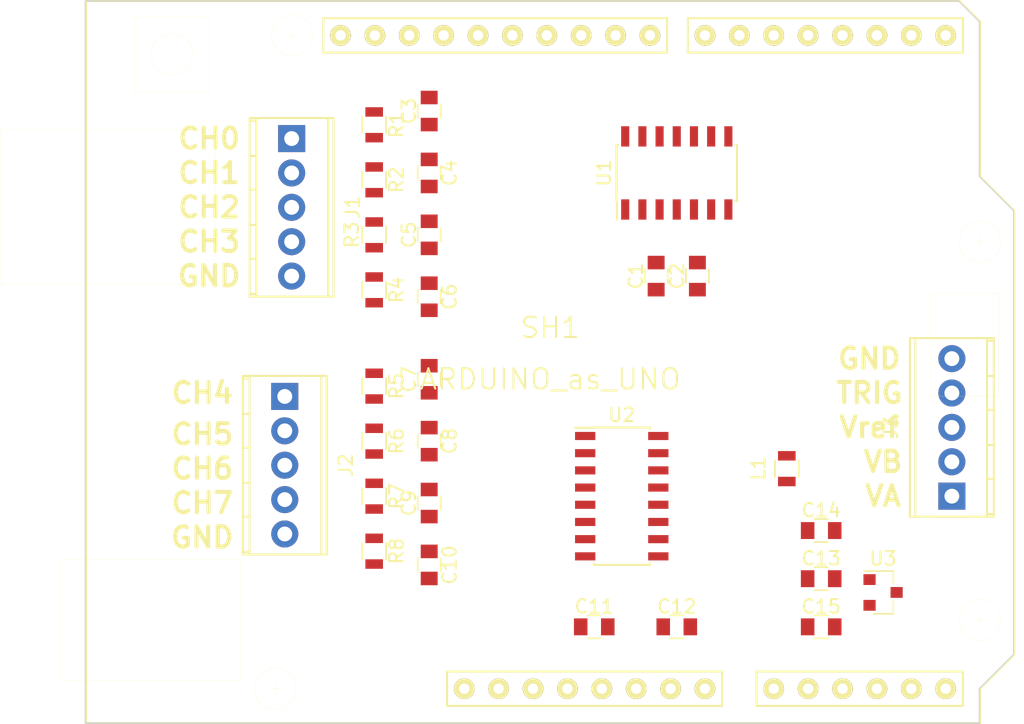
<source format=kicad_pcb>
(kicad_pcb (version 4) (host pcbnew 4.0.7)

  (general
    (links 74)
    (no_connects 74)
    (area 107.645999 63.957999 176.326001 117.398001)
    (thickness 1.6)
    (drawings 25)
    (tracks 0)
    (zones 0)
    (modules 31)
    (nets 55)
  )

  (page A4)
  (layers
    (0 F.Cu signal)
    (31 B.Cu signal)
    (32 B.Adhes user)
    (33 F.Adhes user)
    (34 B.Paste user)
    (35 F.Paste user)
    (36 B.SilkS user)
    (37 F.SilkS user)
    (38 B.Mask user)
    (39 F.Mask user)
    (40 Dwgs.User user)
    (41 Cmts.User user)
    (42 Eco1.User user)
    (43 Eco2.User user)
    (44 Edge.Cuts user)
    (45 Margin user)
    (46 B.CrtYd user)
    (47 F.CrtYd user)
    (48 B.Fab user)
    (49 F.Fab user)
  )

  (setup
    (last_trace_width 0.25)
    (trace_clearance 0.2)
    (zone_clearance 0.508)
    (zone_45_only no)
    (trace_min 0.2)
    (segment_width 0.2)
    (edge_width 0.1)
    (via_size 0.6)
    (via_drill 0.4)
    (via_min_size 0.4)
    (via_min_drill 0.3)
    (uvia_size 0.3)
    (uvia_drill 0.1)
    (uvias_allowed no)
    (uvia_min_size 0.2)
    (uvia_min_drill 0.1)
    (pcb_text_width 0.3)
    (pcb_text_size 1.5 1.5)
    (mod_edge_width 0.15)
    (mod_text_size 1 1)
    (mod_text_width 0.15)
    (pad_size 1.5 1.5)
    (pad_drill 0.6)
    (pad_to_mask_clearance 0)
    (aux_axis_origin 0 0)
    (visible_elements 7FFFFFFF)
    (pcbplotparams
      (layerselection 0x00030_80000001)
      (usegerberextensions false)
      (excludeedgelayer true)
      (linewidth 0.100000)
      (plotframeref false)
      (viasonmask false)
      (mode 1)
      (useauxorigin false)
      (hpglpennumber 1)
      (hpglpenspeed 20)
      (hpglpendiameter 15)
      (hpglpenoverlay 2)
      (psnegative false)
      (psa4output false)
      (plotreference true)
      (plotvalue true)
      (plotinvisibletext false)
      (padsonsilk false)
      (subtractmaskfromsilk false)
      (outputformat 1)
      (mirror false)
      (drillshape 1)
      (scaleselection 1)
      (outputdirectory ""))
  )

  (net 0 "")
  (net 1 +5V)
  (net 2 GND)
  (net 3 "Net-(C3-Pad1)")
  (net 4 "Net-(C4-Pad1)")
  (net 5 "Net-(C5-Pad1)")
  (net 6 "Net-(C6-Pad1)")
  (net 7 "Net-(C7-Pad1)")
  (net 8 "Net-(C8-Pad1)")
  (net 9 "Net-(C9-Pad1)")
  (net 10 "Net-(C10-Pad1)")
  (net 11 /ADC/Vref)
  (net 12 /ADC/CH3)
  (net 13 /ADC/CH0)
  (net 14 /ADC/CH1)
  (net 15 /ADC/CH2)
  (net 16 /ADC/CH7)
  (net 17 /ADC/CH4)
  (net 18 /ADC/CH5)
  (net 19 /ADC/CH6)
  (net 20 /TRIG)
  (net 21 /VoutA)
  (net 22 /VoutB)
  (net 23 GNDD)
  (net 24 GNDA)
  (net 25 "Net-(SH1-PadNC)")
  (net 26 "Net-(SH1-PadRST)")
  (net 27 "Net-(SH1-Pad3V3)")
  (net 28 "Net-(SH1-PadVIN)")
  (net 29 "Net-(SH1-PadA0)")
  (net 30 "Net-(SH1-PadA1)")
  (net 31 "Net-(SH1-PadA2)")
  (net 32 "Net-(SH1-PadA3)")
  (net 33 "Net-(SH1-PadA4/1)")
  (net 34 "Net-(SH1-PadA5/1)")
  (net 35 "Net-(SH1-Pad0)")
  (net 36 "Net-(SH1-Pad1)")
  (net 37 "Net-(SH1-Pad3)")
  (net 38 "Net-(SH1-Pad4)")
  (net 39 "Net-(SH1-Pad5)")
  (net 40 "Net-(SH1-Pad6)")
  (net 41 "Net-(SH1-Pad7)")
  (net 42 /LDAC)
  (net 43 "Net-(SH1-PadAREF)")
  (net 44 "Net-(SH1-PadA4/2)")
  (net 45 "Net-(SH1-PadA5/2)")
  (net 46 "Net-(SH1-PadIREF)")
  (net 47 "Net-(U1-Pad2)")
  (net 48 "Net-(U1-Pad6)")
  (net 49 "Net-(U1-Pad7)")
  (net 50 /SS2)
  (net 51 /SS1)
  (net 52 /MOSI)
  (net 53 /MISO)
  (net 54 /CLK)

  (net_class Default "Esta es la clase de red por defecto."
    (clearance 0.2)
    (trace_width 0.25)
    (via_dia 0.6)
    (via_drill 0.4)
    (uvia_dia 0.3)
    (uvia_drill 0.1)
    (add_net +5V)
    (add_net /ADC/CH0)
    (add_net /ADC/CH1)
    (add_net /ADC/CH2)
    (add_net /ADC/CH3)
    (add_net /ADC/CH4)
    (add_net /ADC/CH5)
    (add_net /ADC/CH6)
    (add_net /ADC/CH7)
    (add_net /ADC/Vref)
    (add_net /CLK)
    (add_net /LDAC)
    (add_net /MISO)
    (add_net /MOSI)
    (add_net /SS1)
    (add_net /SS2)
    (add_net /TRIG)
    (add_net /VoutA)
    (add_net /VoutB)
    (add_net GND)
    (add_net GNDA)
    (add_net GNDD)
    (add_net "Net-(C10-Pad1)")
    (add_net "Net-(C3-Pad1)")
    (add_net "Net-(C4-Pad1)")
    (add_net "Net-(C5-Pad1)")
    (add_net "Net-(C6-Pad1)")
    (add_net "Net-(C7-Pad1)")
    (add_net "Net-(C8-Pad1)")
    (add_net "Net-(C9-Pad1)")
    (add_net "Net-(SH1-Pad0)")
    (add_net "Net-(SH1-Pad1)")
    (add_net "Net-(SH1-Pad3)")
    (add_net "Net-(SH1-Pad3V3)")
    (add_net "Net-(SH1-Pad4)")
    (add_net "Net-(SH1-Pad5)")
    (add_net "Net-(SH1-Pad6)")
    (add_net "Net-(SH1-Pad7)")
    (add_net "Net-(SH1-PadA0)")
    (add_net "Net-(SH1-PadA1)")
    (add_net "Net-(SH1-PadA2)")
    (add_net "Net-(SH1-PadA3)")
    (add_net "Net-(SH1-PadA4/1)")
    (add_net "Net-(SH1-PadA4/2)")
    (add_net "Net-(SH1-PadA5/1)")
    (add_net "Net-(SH1-PadA5/2)")
    (add_net "Net-(SH1-PadAREF)")
    (add_net "Net-(SH1-PadIREF)")
    (add_net "Net-(SH1-PadNC)")
    (add_net "Net-(SH1-PadRST)")
    (add_net "Net-(SH1-PadVIN)")
    (add_net "Net-(U1-Pad2)")
    (add_net "Net-(U1-Pad6)")
    (add_net "Net-(U1-Pad7)")
  )

  (module Capacitors_SMD:C_0805 (layer F.Cu) (tedit 58AA8463) (tstamp 5AB0E59F)
    (at 149.86 84.328 90)
    (descr "Capacitor SMD 0805, reflow soldering, AVX (see smccp.pdf)")
    (tags "capacitor 0805")
    (path /5A96647E/5A96651D)
    (attr smd)
    (fp_text reference C1 (at 0 -1.5 90) (layer F.SilkS)
      (effects (font (size 1 1) (thickness 0.15)))
    )
    (fp_text value 10uF (at 0 1.75 90) (layer F.Fab)
      (effects (font (size 1 1) (thickness 0.15)))
    )
    (fp_text user %R (at 0 -1.5 90) (layer F.Fab)
      (effects (font (size 1 1) (thickness 0.15)))
    )
    (fp_line (start -1 0.62) (end -1 -0.62) (layer F.Fab) (width 0.1))
    (fp_line (start 1 0.62) (end -1 0.62) (layer F.Fab) (width 0.1))
    (fp_line (start 1 -0.62) (end 1 0.62) (layer F.Fab) (width 0.1))
    (fp_line (start -1 -0.62) (end 1 -0.62) (layer F.Fab) (width 0.1))
    (fp_line (start 0.5 -0.85) (end -0.5 -0.85) (layer F.SilkS) (width 0.12))
    (fp_line (start -0.5 0.85) (end 0.5 0.85) (layer F.SilkS) (width 0.12))
    (fp_line (start -1.75 -0.88) (end 1.75 -0.88) (layer F.CrtYd) (width 0.05))
    (fp_line (start -1.75 -0.88) (end -1.75 0.87) (layer F.CrtYd) (width 0.05))
    (fp_line (start 1.75 0.87) (end 1.75 -0.88) (layer F.CrtYd) (width 0.05))
    (fp_line (start 1.75 0.87) (end -1.75 0.87) (layer F.CrtYd) (width 0.05))
    (pad 1 smd rect (at -1 0 90) (size 1 1.25) (layers F.Cu F.Paste F.Mask)
      (net 1 +5V))
    (pad 2 smd rect (at 1 0 90) (size 1 1.25) (layers F.Cu F.Paste F.Mask)
      (net 2 GND))
    (model Capacitors_SMD.3dshapes/C_0805.wrl
      (at (xyz 0 0 0))
      (scale (xyz 1 1 1))
      (rotate (xyz 0 0 0))
    )
  )

  (module Capacitors_SMD:C_0805 (layer F.Cu) (tedit 58AA8463) (tstamp 5AB0E5B0)
    (at 152.908 84.328 90)
    (descr "Capacitor SMD 0805, reflow soldering, AVX (see smccp.pdf)")
    (tags "capacitor 0805")
    (path /5A96647E/5A966568)
    (attr smd)
    (fp_text reference C2 (at 0 -1.5 90) (layer F.SilkS)
      (effects (font (size 1 1) (thickness 0.15)))
    )
    (fp_text value 0.1uF (at 0 1.75 90) (layer F.Fab)
      (effects (font (size 1 1) (thickness 0.15)))
    )
    (fp_text user %R (at 0 -1.5 90) (layer F.Fab)
      (effects (font (size 1 1) (thickness 0.15)))
    )
    (fp_line (start -1 0.62) (end -1 -0.62) (layer F.Fab) (width 0.1))
    (fp_line (start 1 0.62) (end -1 0.62) (layer F.Fab) (width 0.1))
    (fp_line (start 1 -0.62) (end 1 0.62) (layer F.Fab) (width 0.1))
    (fp_line (start -1 -0.62) (end 1 -0.62) (layer F.Fab) (width 0.1))
    (fp_line (start 0.5 -0.85) (end -0.5 -0.85) (layer F.SilkS) (width 0.12))
    (fp_line (start -0.5 0.85) (end 0.5 0.85) (layer F.SilkS) (width 0.12))
    (fp_line (start -1.75 -0.88) (end 1.75 -0.88) (layer F.CrtYd) (width 0.05))
    (fp_line (start -1.75 -0.88) (end -1.75 0.87) (layer F.CrtYd) (width 0.05))
    (fp_line (start 1.75 0.87) (end 1.75 -0.88) (layer F.CrtYd) (width 0.05))
    (fp_line (start 1.75 0.87) (end -1.75 0.87) (layer F.CrtYd) (width 0.05))
    (pad 1 smd rect (at -1 0 90) (size 1 1.25) (layers F.Cu F.Paste F.Mask)
      (net 1 +5V))
    (pad 2 smd rect (at 1 0 90) (size 1 1.25) (layers F.Cu F.Paste F.Mask)
      (net 2 GND))
    (model Capacitors_SMD.3dshapes/C_0805.wrl
      (at (xyz 0 0 0))
      (scale (xyz 1 1 1))
      (rotate (xyz 0 0 0))
    )
  )

  (module Capacitors_SMD:C_0805 (layer F.Cu) (tedit 58AA8463) (tstamp 5AB0E5C1)
    (at 133.096 72.136 90)
    (descr "Capacitor SMD 0805, reflow soldering, AVX (see smccp.pdf)")
    (tags "capacitor 0805")
    (path /5A966490/5A967E1F)
    (attr smd)
    (fp_text reference C3 (at 0 -1.5 90) (layer F.SilkS)
      (effects (font (size 1 1) (thickness 0.15)))
    )
    (fp_text value 100nF (at 0 1.75 90) (layer F.Fab)
      (effects (font (size 1 1) (thickness 0.15)))
    )
    (fp_text user %R (at 0 -1.5 90) (layer F.Fab)
      (effects (font (size 1 1) (thickness 0.15)))
    )
    (fp_line (start -1 0.62) (end -1 -0.62) (layer F.Fab) (width 0.1))
    (fp_line (start 1 0.62) (end -1 0.62) (layer F.Fab) (width 0.1))
    (fp_line (start 1 -0.62) (end 1 0.62) (layer F.Fab) (width 0.1))
    (fp_line (start -1 -0.62) (end 1 -0.62) (layer F.Fab) (width 0.1))
    (fp_line (start 0.5 -0.85) (end -0.5 -0.85) (layer F.SilkS) (width 0.12))
    (fp_line (start -0.5 0.85) (end 0.5 0.85) (layer F.SilkS) (width 0.12))
    (fp_line (start -1.75 -0.88) (end 1.75 -0.88) (layer F.CrtYd) (width 0.05))
    (fp_line (start -1.75 -0.88) (end -1.75 0.87) (layer F.CrtYd) (width 0.05))
    (fp_line (start 1.75 0.87) (end 1.75 -0.88) (layer F.CrtYd) (width 0.05))
    (fp_line (start 1.75 0.87) (end -1.75 0.87) (layer F.CrtYd) (width 0.05))
    (pad 1 smd rect (at -1 0 90) (size 1 1.25) (layers F.Cu F.Paste F.Mask)
      (net 3 "Net-(C3-Pad1)"))
    (pad 2 smd rect (at 1 0 90) (size 1 1.25) (layers F.Cu F.Paste F.Mask)
      (net 2 GND))
    (model Capacitors_SMD.3dshapes/C_0805.wrl
      (at (xyz 0 0 0))
      (scale (xyz 1 1 1))
      (rotate (xyz 0 0 0))
    )
  )

  (module Capacitors_SMD:C_0805 (layer F.Cu) (tedit 58AA8463) (tstamp 5AB0E5D2)
    (at 133.096 76.708 270)
    (descr "Capacitor SMD 0805, reflow soldering, AVX (see smccp.pdf)")
    (tags "capacitor 0805")
    (path /5A966490/5A967EEC)
    (attr smd)
    (fp_text reference C4 (at 0 -1.5 270) (layer F.SilkS)
      (effects (font (size 1 1) (thickness 0.15)))
    )
    (fp_text value 100nF (at 0 1.75 270) (layer F.Fab)
      (effects (font (size 1 1) (thickness 0.15)))
    )
    (fp_text user %R (at 0 -1.5 270) (layer F.Fab)
      (effects (font (size 1 1) (thickness 0.15)))
    )
    (fp_line (start -1 0.62) (end -1 -0.62) (layer F.Fab) (width 0.1))
    (fp_line (start 1 0.62) (end -1 0.62) (layer F.Fab) (width 0.1))
    (fp_line (start 1 -0.62) (end 1 0.62) (layer F.Fab) (width 0.1))
    (fp_line (start -1 -0.62) (end 1 -0.62) (layer F.Fab) (width 0.1))
    (fp_line (start 0.5 -0.85) (end -0.5 -0.85) (layer F.SilkS) (width 0.12))
    (fp_line (start -0.5 0.85) (end 0.5 0.85) (layer F.SilkS) (width 0.12))
    (fp_line (start -1.75 -0.88) (end 1.75 -0.88) (layer F.CrtYd) (width 0.05))
    (fp_line (start -1.75 -0.88) (end -1.75 0.87) (layer F.CrtYd) (width 0.05))
    (fp_line (start 1.75 0.87) (end 1.75 -0.88) (layer F.CrtYd) (width 0.05))
    (fp_line (start 1.75 0.87) (end -1.75 0.87) (layer F.CrtYd) (width 0.05))
    (pad 1 smd rect (at -1 0 270) (size 1 1.25) (layers F.Cu F.Paste F.Mask)
      (net 4 "Net-(C4-Pad1)"))
    (pad 2 smd rect (at 1 0 270) (size 1 1.25) (layers F.Cu F.Paste F.Mask)
      (net 2 GND))
    (model Capacitors_SMD.3dshapes/C_0805.wrl
      (at (xyz 0 0 0))
      (scale (xyz 1 1 1))
      (rotate (xyz 0 0 0))
    )
  )

  (module Capacitors_SMD:C_0805 (layer F.Cu) (tedit 58AA8463) (tstamp 5AB0E5E3)
    (at 133.096 81.28 90)
    (descr "Capacitor SMD 0805, reflow soldering, AVX (see smccp.pdf)")
    (tags "capacitor 0805")
    (path /5A966490/5A967F2F)
    (attr smd)
    (fp_text reference C5 (at 0 -1.5 90) (layer F.SilkS)
      (effects (font (size 1 1) (thickness 0.15)))
    )
    (fp_text value 100nF (at 0 1.75 90) (layer F.Fab)
      (effects (font (size 1 1) (thickness 0.15)))
    )
    (fp_text user %R (at 0 -1.5 90) (layer F.Fab)
      (effects (font (size 1 1) (thickness 0.15)))
    )
    (fp_line (start -1 0.62) (end -1 -0.62) (layer F.Fab) (width 0.1))
    (fp_line (start 1 0.62) (end -1 0.62) (layer F.Fab) (width 0.1))
    (fp_line (start 1 -0.62) (end 1 0.62) (layer F.Fab) (width 0.1))
    (fp_line (start -1 -0.62) (end 1 -0.62) (layer F.Fab) (width 0.1))
    (fp_line (start 0.5 -0.85) (end -0.5 -0.85) (layer F.SilkS) (width 0.12))
    (fp_line (start -0.5 0.85) (end 0.5 0.85) (layer F.SilkS) (width 0.12))
    (fp_line (start -1.75 -0.88) (end 1.75 -0.88) (layer F.CrtYd) (width 0.05))
    (fp_line (start -1.75 -0.88) (end -1.75 0.87) (layer F.CrtYd) (width 0.05))
    (fp_line (start 1.75 0.87) (end 1.75 -0.88) (layer F.CrtYd) (width 0.05))
    (fp_line (start 1.75 0.87) (end -1.75 0.87) (layer F.CrtYd) (width 0.05))
    (pad 1 smd rect (at -1 0 90) (size 1 1.25) (layers F.Cu F.Paste F.Mask)
      (net 5 "Net-(C5-Pad1)"))
    (pad 2 smd rect (at 1 0 90) (size 1 1.25) (layers F.Cu F.Paste F.Mask)
      (net 2 GND))
    (model Capacitors_SMD.3dshapes/C_0805.wrl
      (at (xyz 0 0 0))
      (scale (xyz 1 1 1))
      (rotate (xyz 0 0 0))
    )
  )

  (module Capacitors_SMD:C_0805 (layer F.Cu) (tedit 58AA8463) (tstamp 5AB0E5F4)
    (at 133.096 85.852 270)
    (descr "Capacitor SMD 0805, reflow soldering, AVX (see smccp.pdf)")
    (tags "capacitor 0805")
    (path /5A966490/5A967F71)
    (attr smd)
    (fp_text reference C6 (at 0 -1.5 270) (layer F.SilkS)
      (effects (font (size 1 1) (thickness 0.15)))
    )
    (fp_text value 100nF (at 0 1.75 270) (layer F.Fab)
      (effects (font (size 1 1) (thickness 0.15)))
    )
    (fp_text user %R (at 0 -1.5 270) (layer F.Fab)
      (effects (font (size 1 1) (thickness 0.15)))
    )
    (fp_line (start -1 0.62) (end -1 -0.62) (layer F.Fab) (width 0.1))
    (fp_line (start 1 0.62) (end -1 0.62) (layer F.Fab) (width 0.1))
    (fp_line (start 1 -0.62) (end 1 0.62) (layer F.Fab) (width 0.1))
    (fp_line (start -1 -0.62) (end 1 -0.62) (layer F.Fab) (width 0.1))
    (fp_line (start 0.5 -0.85) (end -0.5 -0.85) (layer F.SilkS) (width 0.12))
    (fp_line (start -0.5 0.85) (end 0.5 0.85) (layer F.SilkS) (width 0.12))
    (fp_line (start -1.75 -0.88) (end 1.75 -0.88) (layer F.CrtYd) (width 0.05))
    (fp_line (start -1.75 -0.88) (end -1.75 0.87) (layer F.CrtYd) (width 0.05))
    (fp_line (start 1.75 0.87) (end 1.75 -0.88) (layer F.CrtYd) (width 0.05))
    (fp_line (start 1.75 0.87) (end -1.75 0.87) (layer F.CrtYd) (width 0.05))
    (pad 1 smd rect (at -1 0 270) (size 1 1.25) (layers F.Cu F.Paste F.Mask)
      (net 6 "Net-(C6-Pad1)"))
    (pad 2 smd rect (at 1 0 270) (size 1 1.25) (layers F.Cu F.Paste F.Mask)
      (net 2 GND))
    (model Capacitors_SMD.3dshapes/C_0805.wrl
      (at (xyz 0 0 0))
      (scale (xyz 1 1 1))
      (rotate (xyz 0 0 0))
    )
  )

  (module Capacitors_SMD:C_0805 (layer F.Cu) (tedit 58AA8463) (tstamp 5AB0E605)
    (at 133.096 91.948 90)
    (descr "Capacitor SMD 0805, reflow soldering, AVX (see smccp.pdf)")
    (tags "capacitor 0805")
    (path /5A966490/5A9680F0)
    (attr smd)
    (fp_text reference C7 (at 0 -1.5 90) (layer F.SilkS)
      (effects (font (size 1 1) (thickness 0.15)))
    )
    (fp_text value 100nF (at 0 1.75 90) (layer F.Fab)
      (effects (font (size 1 1) (thickness 0.15)))
    )
    (fp_text user %R (at 0 -1.5 90) (layer F.Fab)
      (effects (font (size 1 1) (thickness 0.15)))
    )
    (fp_line (start -1 0.62) (end -1 -0.62) (layer F.Fab) (width 0.1))
    (fp_line (start 1 0.62) (end -1 0.62) (layer F.Fab) (width 0.1))
    (fp_line (start 1 -0.62) (end 1 0.62) (layer F.Fab) (width 0.1))
    (fp_line (start -1 -0.62) (end 1 -0.62) (layer F.Fab) (width 0.1))
    (fp_line (start 0.5 -0.85) (end -0.5 -0.85) (layer F.SilkS) (width 0.12))
    (fp_line (start -0.5 0.85) (end 0.5 0.85) (layer F.SilkS) (width 0.12))
    (fp_line (start -1.75 -0.88) (end 1.75 -0.88) (layer F.CrtYd) (width 0.05))
    (fp_line (start -1.75 -0.88) (end -1.75 0.87) (layer F.CrtYd) (width 0.05))
    (fp_line (start 1.75 0.87) (end 1.75 -0.88) (layer F.CrtYd) (width 0.05))
    (fp_line (start 1.75 0.87) (end -1.75 0.87) (layer F.CrtYd) (width 0.05))
    (pad 1 smd rect (at -1 0 90) (size 1 1.25) (layers F.Cu F.Paste F.Mask)
      (net 7 "Net-(C7-Pad1)"))
    (pad 2 smd rect (at 1 0 90) (size 1 1.25) (layers F.Cu F.Paste F.Mask)
      (net 2 GND))
    (model Capacitors_SMD.3dshapes/C_0805.wrl
      (at (xyz 0 0 0))
      (scale (xyz 1 1 1))
      (rotate (xyz 0 0 0))
    )
  )

  (module Capacitors_SMD:C_0805 (layer F.Cu) (tedit 58AA8463) (tstamp 5AB0E616)
    (at 133.096 96.52 270)
    (descr "Capacitor SMD 0805, reflow soldering, AVX (see smccp.pdf)")
    (tags "capacitor 0805")
    (path /5A966490/5A96813C)
    (attr smd)
    (fp_text reference C8 (at 0 -1.5 270) (layer F.SilkS)
      (effects (font (size 1 1) (thickness 0.15)))
    )
    (fp_text value 100nF (at 0 1.75 270) (layer F.Fab)
      (effects (font (size 1 1) (thickness 0.15)))
    )
    (fp_text user %R (at 0 -1.5 270) (layer F.Fab)
      (effects (font (size 1 1) (thickness 0.15)))
    )
    (fp_line (start -1 0.62) (end -1 -0.62) (layer F.Fab) (width 0.1))
    (fp_line (start 1 0.62) (end -1 0.62) (layer F.Fab) (width 0.1))
    (fp_line (start 1 -0.62) (end 1 0.62) (layer F.Fab) (width 0.1))
    (fp_line (start -1 -0.62) (end 1 -0.62) (layer F.Fab) (width 0.1))
    (fp_line (start 0.5 -0.85) (end -0.5 -0.85) (layer F.SilkS) (width 0.12))
    (fp_line (start -0.5 0.85) (end 0.5 0.85) (layer F.SilkS) (width 0.12))
    (fp_line (start -1.75 -0.88) (end 1.75 -0.88) (layer F.CrtYd) (width 0.05))
    (fp_line (start -1.75 -0.88) (end -1.75 0.87) (layer F.CrtYd) (width 0.05))
    (fp_line (start 1.75 0.87) (end 1.75 -0.88) (layer F.CrtYd) (width 0.05))
    (fp_line (start 1.75 0.87) (end -1.75 0.87) (layer F.CrtYd) (width 0.05))
    (pad 1 smd rect (at -1 0 270) (size 1 1.25) (layers F.Cu F.Paste F.Mask)
      (net 8 "Net-(C8-Pad1)"))
    (pad 2 smd rect (at 1 0 270) (size 1 1.25) (layers F.Cu F.Paste F.Mask)
      (net 2 GND))
    (model Capacitors_SMD.3dshapes/C_0805.wrl
      (at (xyz 0 0 0))
      (scale (xyz 1 1 1))
      (rotate (xyz 0 0 0))
    )
  )

  (module Capacitors_SMD:C_0805 (layer F.Cu) (tedit 58AA8463) (tstamp 5AB0E627)
    (at 133.096 101.092 90)
    (descr "Capacitor SMD 0805, reflow soldering, AVX (see smccp.pdf)")
    (tags "capacitor 0805")
    (path /5A966490/5A96818D)
    (attr smd)
    (fp_text reference C9 (at 0 -1.5 90) (layer F.SilkS)
      (effects (font (size 1 1) (thickness 0.15)))
    )
    (fp_text value 100nF (at 0 1.75 90) (layer F.Fab)
      (effects (font (size 1 1) (thickness 0.15)))
    )
    (fp_text user %R (at 0 -1.5 90) (layer F.Fab)
      (effects (font (size 1 1) (thickness 0.15)))
    )
    (fp_line (start -1 0.62) (end -1 -0.62) (layer F.Fab) (width 0.1))
    (fp_line (start 1 0.62) (end -1 0.62) (layer F.Fab) (width 0.1))
    (fp_line (start 1 -0.62) (end 1 0.62) (layer F.Fab) (width 0.1))
    (fp_line (start -1 -0.62) (end 1 -0.62) (layer F.Fab) (width 0.1))
    (fp_line (start 0.5 -0.85) (end -0.5 -0.85) (layer F.SilkS) (width 0.12))
    (fp_line (start -0.5 0.85) (end 0.5 0.85) (layer F.SilkS) (width 0.12))
    (fp_line (start -1.75 -0.88) (end 1.75 -0.88) (layer F.CrtYd) (width 0.05))
    (fp_line (start -1.75 -0.88) (end -1.75 0.87) (layer F.CrtYd) (width 0.05))
    (fp_line (start 1.75 0.87) (end 1.75 -0.88) (layer F.CrtYd) (width 0.05))
    (fp_line (start 1.75 0.87) (end -1.75 0.87) (layer F.CrtYd) (width 0.05))
    (pad 1 smd rect (at -1 0 90) (size 1 1.25) (layers F.Cu F.Paste F.Mask)
      (net 9 "Net-(C9-Pad1)"))
    (pad 2 smd rect (at 1 0 90) (size 1 1.25) (layers F.Cu F.Paste F.Mask)
      (net 2 GND))
    (model Capacitors_SMD.3dshapes/C_0805.wrl
      (at (xyz 0 0 0))
      (scale (xyz 1 1 1))
      (rotate (xyz 0 0 0))
    )
  )

  (module Capacitors_SMD:C_0805 (layer F.Cu) (tedit 58AA8463) (tstamp 5AB0E638)
    (at 133.096 105.664 270)
    (descr "Capacitor SMD 0805, reflow soldering, AVX (see smccp.pdf)")
    (tags "capacitor 0805")
    (path /5A966490/5A9681FD)
    (attr smd)
    (fp_text reference C10 (at 0 -1.5 270) (layer F.SilkS)
      (effects (font (size 1 1) (thickness 0.15)))
    )
    (fp_text value 100nF (at 0 1.75 270) (layer F.Fab)
      (effects (font (size 1 1) (thickness 0.15)))
    )
    (fp_text user %R (at 0 -1.5 270) (layer F.Fab)
      (effects (font (size 1 1) (thickness 0.15)))
    )
    (fp_line (start -1 0.62) (end -1 -0.62) (layer F.Fab) (width 0.1))
    (fp_line (start 1 0.62) (end -1 0.62) (layer F.Fab) (width 0.1))
    (fp_line (start 1 -0.62) (end 1 0.62) (layer F.Fab) (width 0.1))
    (fp_line (start -1 -0.62) (end 1 -0.62) (layer F.Fab) (width 0.1))
    (fp_line (start 0.5 -0.85) (end -0.5 -0.85) (layer F.SilkS) (width 0.12))
    (fp_line (start -0.5 0.85) (end 0.5 0.85) (layer F.SilkS) (width 0.12))
    (fp_line (start -1.75 -0.88) (end 1.75 -0.88) (layer F.CrtYd) (width 0.05))
    (fp_line (start -1.75 -0.88) (end -1.75 0.87) (layer F.CrtYd) (width 0.05))
    (fp_line (start 1.75 0.87) (end 1.75 -0.88) (layer F.CrtYd) (width 0.05))
    (fp_line (start 1.75 0.87) (end -1.75 0.87) (layer F.CrtYd) (width 0.05))
    (pad 1 smd rect (at -1 0 270) (size 1 1.25) (layers F.Cu F.Paste F.Mask)
      (net 10 "Net-(C10-Pad1)"))
    (pad 2 smd rect (at 1 0 270) (size 1 1.25) (layers F.Cu F.Paste F.Mask)
      (net 2 GND))
    (model Capacitors_SMD.3dshapes/C_0805.wrl
      (at (xyz 0 0 0))
      (scale (xyz 1 1 1))
      (rotate (xyz 0 0 0))
    )
  )

  (module Capacitors_SMD:C_0805 (layer F.Cu) (tedit 58AA8463) (tstamp 5AB0E649)
    (at 145.288 110.236)
    (descr "Capacitor SMD 0805, reflow soldering, AVX (see smccp.pdf)")
    (tags "capacitor 0805")
    (path /5A966490/5A96C1D7)
    (attr smd)
    (fp_text reference C11 (at 0 -1.5) (layer F.SilkS)
      (effects (font (size 1 1) (thickness 0.15)))
    )
    (fp_text value 10nF (at 0 1.75) (layer F.Fab)
      (effects (font (size 1 1) (thickness 0.15)))
    )
    (fp_text user %R (at 0 -1.5) (layer F.Fab)
      (effects (font (size 1 1) (thickness 0.15)))
    )
    (fp_line (start -1 0.62) (end -1 -0.62) (layer F.Fab) (width 0.1))
    (fp_line (start 1 0.62) (end -1 0.62) (layer F.Fab) (width 0.1))
    (fp_line (start 1 -0.62) (end 1 0.62) (layer F.Fab) (width 0.1))
    (fp_line (start -1 -0.62) (end 1 -0.62) (layer F.Fab) (width 0.1))
    (fp_line (start 0.5 -0.85) (end -0.5 -0.85) (layer F.SilkS) (width 0.12))
    (fp_line (start -0.5 0.85) (end 0.5 0.85) (layer F.SilkS) (width 0.12))
    (fp_line (start -1.75 -0.88) (end 1.75 -0.88) (layer F.CrtYd) (width 0.05))
    (fp_line (start -1.75 -0.88) (end -1.75 0.87) (layer F.CrtYd) (width 0.05))
    (fp_line (start 1.75 0.87) (end 1.75 -0.88) (layer F.CrtYd) (width 0.05))
    (fp_line (start 1.75 0.87) (end -1.75 0.87) (layer F.CrtYd) (width 0.05))
    (pad 1 smd rect (at -1 0) (size 1 1.25) (layers F.Cu F.Paste F.Mask)
      (net 1 +5V))
    (pad 2 smd rect (at 1 0) (size 1 1.25) (layers F.Cu F.Paste F.Mask)
      (net 2 GND))
    (model Capacitors_SMD.3dshapes/C_0805.wrl
      (at (xyz 0 0 0))
      (scale (xyz 1 1 1))
      (rotate (xyz 0 0 0))
    )
  )

  (module Capacitors_SMD:C_0805 (layer F.Cu) (tedit 58AA8463) (tstamp 5AB0E65A)
    (at 151.384 110.236)
    (descr "Capacitor SMD 0805, reflow soldering, AVX (see smccp.pdf)")
    (tags "capacitor 0805")
    (path /5A966490/5A96C25B)
    (attr smd)
    (fp_text reference C12 (at 0 -1.5) (layer F.SilkS)
      (effects (font (size 1 1) (thickness 0.15)))
    )
    (fp_text value 0.1nF (at 0 1.75) (layer F.Fab)
      (effects (font (size 1 1) (thickness 0.15)))
    )
    (fp_text user %R (at 0 -1.5) (layer F.Fab)
      (effects (font (size 1 1) (thickness 0.15)))
    )
    (fp_line (start -1 0.62) (end -1 -0.62) (layer F.Fab) (width 0.1))
    (fp_line (start 1 0.62) (end -1 0.62) (layer F.Fab) (width 0.1))
    (fp_line (start 1 -0.62) (end 1 0.62) (layer F.Fab) (width 0.1))
    (fp_line (start -1 -0.62) (end 1 -0.62) (layer F.Fab) (width 0.1))
    (fp_line (start 0.5 -0.85) (end -0.5 -0.85) (layer F.SilkS) (width 0.12))
    (fp_line (start -0.5 0.85) (end 0.5 0.85) (layer F.SilkS) (width 0.12))
    (fp_line (start -1.75 -0.88) (end 1.75 -0.88) (layer F.CrtYd) (width 0.05))
    (fp_line (start -1.75 -0.88) (end -1.75 0.87) (layer F.CrtYd) (width 0.05))
    (fp_line (start 1.75 0.87) (end 1.75 -0.88) (layer F.CrtYd) (width 0.05))
    (fp_line (start 1.75 0.87) (end -1.75 0.87) (layer F.CrtYd) (width 0.05))
    (pad 1 smd rect (at -1 0) (size 1 1.25) (layers F.Cu F.Paste F.Mask)
      (net 1 +5V))
    (pad 2 smd rect (at 1 0) (size 1 1.25) (layers F.Cu F.Paste F.Mask)
      (net 2 GND))
    (model Capacitors_SMD.3dshapes/C_0805.wrl
      (at (xyz 0 0 0))
      (scale (xyz 1 1 1))
      (rotate (xyz 0 0 0))
    )
  )

  (module Capacitors_SMD:C_0805 (layer F.Cu) (tedit 58AA8463) (tstamp 5AB0E66B)
    (at 162.052 106.68)
    (descr "Capacitor SMD 0805, reflow soldering, AVX (see smccp.pdf)")
    (tags "capacitor 0805")
    (path /5A9664AF/5A96EF6E)
    (attr smd)
    (fp_text reference C13 (at 0 -1.5) (layer F.SilkS)
      (effects (font (size 1 1) (thickness 0.15)))
    )
    (fp_text value 10uF (at 0 1.75) (layer F.Fab)
      (effects (font (size 1 1) (thickness 0.15)))
    )
    (fp_text user %R (at 0 -1.5) (layer F.Fab)
      (effects (font (size 1 1) (thickness 0.15)))
    )
    (fp_line (start -1 0.62) (end -1 -0.62) (layer F.Fab) (width 0.1))
    (fp_line (start 1 0.62) (end -1 0.62) (layer F.Fab) (width 0.1))
    (fp_line (start 1 -0.62) (end 1 0.62) (layer F.Fab) (width 0.1))
    (fp_line (start -1 -0.62) (end 1 -0.62) (layer F.Fab) (width 0.1))
    (fp_line (start 0.5 -0.85) (end -0.5 -0.85) (layer F.SilkS) (width 0.12))
    (fp_line (start -0.5 0.85) (end 0.5 0.85) (layer F.SilkS) (width 0.12))
    (fp_line (start -1.75 -0.88) (end 1.75 -0.88) (layer F.CrtYd) (width 0.05))
    (fp_line (start -1.75 -0.88) (end -1.75 0.87) (layer F.CrtYd) (width 0.05))
    (fp_line (start 1.75 0.87) (end 1.75 -0.88) (layer F.CrtYd) (width 0.05))
    (fp_line (start 1.75 0.87) (end -1.75 0.87) (layer F.CrtYd) (width 0.05))
    (pad 1 smd rect (at -1 0) (size 1 1.25) (layers F.Cu F.Paste F.Mask)
      (net 1 +5V))
    (pad 2 smd rect (at 1 0) (size 1 1.25) (layers F.Cu F.Paste F.Mask)
      (net 2 GND))
    (model Capacitors_SMD.3dshapes/C_0805.wrl
      (at (xyz 0 0 0))
      (scale (xyz 1 1 1))
      (rotate (xyz 0 0 0))
    )
  )

  (module Capacitors_SMD:C_0805 (layer F.Cu) (tedit 58AA8463) (tstamp 5AB0E67C)
    (at 162.052 103.124)
    (descr "Capacitor SMD 0805, reflow soldering, AVX (see smccp.pdf)")
    (tags "capacitor 0805")
    (path /5A9664AF/5A96EF4D)
    (attr smd)
    (fp_text reference C14 (at 0 -1.5) (layer F.SilkS)
      (effects (font (size 1 1) (thickness 0.15)))
    )
    (fp_text value 0.1uF (at 0 1.75) (layer F.Fab)
      (effects (font (size 1 1) (thickness 0.15)))
    )
    (fp_text user %R (at 0 -1.5) (layer F.Fab)
      (effects (font (size 1 1) (thickness 0.15)))
    )
    (fp_line (start -1 0.62) (end -1 -0.62) (layer F.Fab) (width 0.1))
    (fp_line (start 1 0.62) (end -1 0.62) (layer F.Fab) (width 0.1))
    (fp_line (start 1 -0.62) (end 1 0.62) (layer F.Fab) (width 0.1))
    (fp_line (start -1 -0.62) (end 1 -0.62) (layer F.Fab) (width 0.1))
    (fp_line (start 0.5 -0.85) (end -0.5 -0.85) (layer F.SilkS) (width 0.12))
    (fp_line (start -0.5 0.85) (end 0.5 0.85) (layer F.SilkS) (width 0.12))
    (fp_line (start -1.75 -0.88) (end 1.75 -0.88) (layer F.CrtYd) (width 0.05))
    (fp_line (start -1.75 -0.88) (end -1.75 0.87) (layer F.CrtYd) (width 0.05))
    (fp_line (start 1.75 0.87) (end 1.75 -0.88) (layer F.CrtYd) (width 0.05))
    (fp_line (start 1.75 0.87) (end -1.75 0.87) (layer F.CrtYd) (width 0.05))
    (pad 1 smd rect (at -1 0) (size 1 1.25) (layers F.Cu F.Paste F.Mask)
      (net 1 +5V))
    (pad 2 smd rect (at 1 0) (size 1 1.25) (layers F.Cu F.Paste F.Mask)
      (net 2 GND))
    (model Capacitors_SMD.3dshapes/C_0805.wrl
      (at (xyz 0 0 0))
      (scale (xyz 1 1 1))
      (rotate (xyz 0 0 0))
    )
  )

  (module Capacitors_SMD:C_0805 (layer F.Cu) (tedit 58AA8463) (tstamp 5AB0E68D)
    (at 162.052 110.236)
    (descr "Capacitor SMD 0805, reflow soldering, AVX (see smccp.pdf)")
    (tags "capacitor 0805")
    (path /5A9664AF/5A96EF28)
    (attr smd)
    (fp_text reference C15 (at 0 -1.5) (layer F.SilkS)
      (effects (font (size 1 1) (thickness 0.15)))
    )
    (fp_text value 10uF (at 0 1.75) (layer F.Fab)
      (effects (font (size 1 1) (thickness 0.15)))
    )
    (fp_text user %R (at 0 -1.5) (layer F.Fab)
      (effects (font (size 1 1) (thickness 0.15)))
    )
    (fp_line (start -1 0.62) (end -1 -0.62) (layer F.Fab) (width 0.1))
    (fp_line (start 1 0.62) (end -1 0.62) (layer F.Fab) (width 0.1))
    (fp_line (start 1 -0.62) (end 1 0.62) (layer F.Fab) (width 0.1))
    (fp_line (start -1 -0.62) (end 1 -0.62) (layer F.Fab) (width 0.1))
    (fp_line (start 0.5 -0.85) (end -0.5 -0.85) (layer F.SilkS) (width 0.12))
    (fp_line (start -0.5 0.85) (end 0.5 0.85) (layer F.SilkS) (width 0.12))
    (fp_line (start -1.75 -0.88) (end 1.75 -0.88) (layer F.CrtYd) (width 0.05))
    (fp_line (start -1.75 -0.88) (end -1.75 0.87) (layer F.CrtYd) (width 0.05))
    (fp_line (start 1.75 0.87) (end 1.75 -0.88) (layer F.CrtYd) (width 0.05))
    (fp_line (start 1.75 0.87) (end -1.75 0.87) (layer F.CrtYd) (width 0.05))
    (pad 1 smd rect (at -1 0) (size 1 1.25) (layers F.Cu F.Paste F.Mask)
      (net 11 /ADC/Vref))
    (pad 2 smd rect (at 1 0) (size 1 1.25) (layers F.Cu F.Paste F.Mask)
      (net 2 GND))
    (model Capacitors_SMD.3dshapes/C_0805.wrl
      (at (xyz 0 0 0))
      (scale (xyz 1 1 1))
      (rotate (xyz 0 0 0))
    )
  )

  (module TerminalBlocks_Phoenix:TerminalBlock_Phoenix_MPT-2.54mm_5pol (layer F.Cu) (tedit 59FF0755) (tstamp 5AB0E6A7)
    (at 122.936 74.168 270)
    (descr "5-way 2.54mm pitch terminal block, Phoenix MPT series")
    (path /5A96FDD0)
    (fp_text reference J1 (at 5.08 -4.50088 270) (layer F.SilkS)
      (effects (font (size 1 1) (thickness 0.15)))
    )
    (fp_text value Conn_01x05 (at 5.08 4.50088 270) (layer F.Fab)
      (effects (font (size 1 1) (thickness 0.15)))
    )
    (fp_text user %R (at 5.08 0 270) (layer F.Fab)
      (effects (font (size 1 1) (thickness 0.15)))
    )
    (fp_line (start -1.78 -3.3) (end 11.94 -3.3) (layer F.CrtYd) (width 0.05))
    (fp_line (start -1.78 3.3) (end -1.78 -3.3) (layer F.CrtYd) (width 0.05))
    (fp_line (start 11.94 3.3) (end -1.78 3.3) (layer F.CrtYd) (width 0.05))
    (fp_line (start 11.94 -3.3) (end 11.94 3.3) (layer F.CrtYd) (width 0.05))
    (fp_line (start 8.87984 2.60096) (end 8.87984 3.0988) (layer F.SilkS) (width 0.15))
    (fp_line (start 11.67892 3.0988) (end -1.51892 3.0988) (layer F.SilkS) (width 0.15))
    (fp_line (start -1.51892 2.60096) (end 11.67892 2.60096) (layer F.SilkS) (width 0.15))
    (fp_line (start -1.51892 -2.70002) (end 11.67892 -2.70002) (layer F.SilkS) (width 0.15))
    (fp_line (start 11.67892 -3.0988) (end -1.51892 -3.0988) (layer F.SilkS) (width 0.15))
    (fp_line (start 6.37794 2.60096) (end 6.37794 3.0988) (layer F.SilkS) (width 0.15))
    (fp_line (start 3.77952 2.60096) (end 3.77952 3.0988) (layer F.SilkS) (width 0.15))
    (fp_line (start -1.31826 3.0988) (end -1.31826 2.60096) (layer F.SilkS) (width 0.15))
    (fp_line (start 11.47826 2.60096) (end 11.47826 3.0988) (layer F.SilkS) (width 0.15))
    (fp_line (start 1.2827 3.0988) (end 1.2827 2.60096) (layer F.SilkS) (width 0.15))
    (fp_line (start 11.67638 3.0988) (end 11.67638 -3.0988) (layer F.SilkS) (width 0.15))
    (fp_line (start -1.51638 -3.0988) (end -1.51638 3.0988) (layer F.SilkS) (width 0.15))
    (pad 4 thru_hole oval (at 7.62 0 90) (size 1.99898 1.99898) (drill 1.09728) (layers *.Cu *.Mask)
      (net 12 /ADC/CH3))
    (pad 1 thru_hole rect (at 0 0 90) (size 1.99898 1.99898) (drill 1.09728) (layers *.Cu *.Mask)
      (net 13 /ADC/CH0))
    (pad 2 thru_hole oval (at 2.54 0 90) (size 1.99898 1.99898) (drill 1.09728) (layers *.Cu *.Mask)
      (net 14 /ADC/CH1))
    (pad 3 thru_hole oval (at 5.08 0 90) (size 1.99898 1.99898) (drill 1.09728) (layers *.Cu *.Mask)
      (net 15 /ADC/CH2))
    (pad 5 thru_hole oval (at 10.16 0 90) (size 1.99898 1.99898) (drill 1.09728) (layers *.Cu *.Mask)
      (net 2 GND))
    (model ${KISYS3DMOD}/TerminalBlock_Phoenix.3dshapes/TerminalBlock_Phoenix_MPT-2.54mm_5pol.wrl
      (at (xyz 0.2 0 0))
      (scale (xyz 1 1 1))
      (rotate (xyz 0 0 0))
    )
  )

  (module TerminalBlocks_Phoenix:TerminalBlock_Phoenix_MPT-2.54mm_5pol (layer F.Cu) (tedit 59FF0755) (tstamp 5AB0E6C1)
    (at 122.428 93.218 270)
    (descr "5-way 2.54mm pitch terminal block, Phoenix MPT series")
    (path /5A96FF27)
    (fp_text reference J2 (at 5.08 -4.50088 270) (layer F.SilkS)
      (effects (font (size 1 1) (thickness 0.15)))
    )
    (fp_text value Conn_01x05 (at 5.08 4.50088 270) (layer F.Fab)
      (effects (font (size 1 1) (thickness 0.15)))
    )
    (fp_text user %R (at 5.08 0 270) (layer F.Fab)
      (effects (font (size 1 1) (thickness 0.15)))
    )
    (fp_line (start -1.78 -3.3) (end 11.94 -3.3) (layer F.CrtYd) (width 0.05))
    (fp_line (start -1.78 3.3) (end -1.78 -3.3) (layer F.CrtYd) (width 0.05))
    (fp_line (start 11.94 3.3) (end -1.78 3.3) (layer F.CrtYd) (width 0.05))
    (fp_line (start 11.94 -3.3) (end 11.94 3.3) (layer F.CrtYd) (width 0.05))
    (fp_line (start 8.87984 2.60096) (end 8.87984 3.0988) (layer F.SilkS) (width 0.15))
    (fp_line (start 11.67892 3.0988) (end -1.51892 3.0988) (layer F.SilkS) (width 0.15))
    (fp_line (start -1.51892 2.60096) (end 11.67892 2.60096) (layer F.SilkS) (width 0.15))
    (fp_line (start -1.51892 -2.70002) (end 11.67892 -2.70002) (layer F.SilkS) (width 0.15))
    (fp_line (start 11.67892 -3.0988) (end -1.51892 -3.0988) (layer F.SilkS) (width 0.15))
    (fp_line (start 6.37794 2.60096) (end 6.37794 3.0988) (layer F.SilkS) (width 0.15))
    (fp_line (start 3.77952 2.60096) (end 3.77952 3.0988) (layer F.SilkS) (width 0.15))
    (fp_line (start -1.31826 3.0988) (end -1.31826 2.60096) (layer F.SilkS) (width 0.15))
    (fp_line (start 11.47826 2.60096) (end 11.47826 3.0988) (layer F.SilkS) (width 0.15))
    (fp_line (start 1.2827 3.0988) (end 1.2827 2.60096) (layer F.SilkS) (width 0.15))
    (fp_line (start 11.67638 3.0988) (end 11.67638 -3.0988) (layer F.SilkS) (width 0.15))
    (fp_line (start -1.51638 -3.0988) (end -1.51638 3.0988) (layer F.SilkS) (width 0.15))
    (pad 4 thru_hole oval (at 7.62 0 90) (size 1.99898 1.99898) (drill 1.09728) (layers *.Cu *.Mask)
      (net 16 /ADC/CH7))
    (pad 1 thru_hole rect (at 0 0 90) (size 1.99898 1.99898) (drill 1.09728) (layers *.Cu *.Mask)
      (net 17 /ADC/CH4))
    (pad 2 thru_hole oval (at 2.54 0 90) (size 1.99898 1.99898) (drill 1.09728) (layers *.Cu *.Mask)
      (net 18 /ADC/CH5))
    (pad 3 thru_hole oval (at 5.08 0 90) (size 1.99898 1.99898) (drill 1.09728) (layers *.Cu *.Mask)
      (net 19 /ADC/CH6))
    (pad 5 thru_hole oval (at 10.16 0 90) (size 1.99898 1.99898) (drill 1.09728) (layers *.Cu *.Mask)
      (net 2 GND))
    (model ${KISYS3DMOD}/TerminalBlock_Phoenix.3dshapes/TerminalBlock_Phoenix_MPT-2.54mm_5pol.wrl
      (at (xyz 0.2 0 0))
      (scale (xyz 1 1 1))
      (rotate (xyz 0 0 0))
    )
  )

  (module TerminalBlocks_Phoenix:TerminalBlock_Phoenix_MPT-2.54mm_5pol (layer F.Cu) (tedit 59FF0755) (tstamp 5AB0E6DB)
    (at 171.704 100.584 90)
    (descr "5-way 2.54mm pitch terminal block, Phoenix MPT series")
    (path /5A9A6779)
    (fp_text reference J3 (at 5.08 -4.50088 90) (layer F.SilkS)
      (effects (font (size 1 1) (thickness 0.15)))
    )
    (fp_text value Conn_01x05 (at 5.08 4.50088 90) (layer F.Fab)
      (effects (font (size 1 1) (thickness 0.15)))
    )
    (fp_text user %R (at 5.08 0 90) (layer F.Fab)
      (effects (font (size 1 1) (thickness 0.15)))
    )
    (fp_line (start -1.78 -3.3) (end 11.94 -3.3) (layer F.CrtYd) (width 0.05))
    (fp_line (start -1.78 3.3) (end -1.78 -3.3) (layer F.CrtYd) (width 0.05))
    (fp_line (start 11.94 3.3) (end -1.78 3.3) (layer F.CrtYd) (width 0.05))
    (fp_line (start 11.94 -3.3) (end 11.94 3.3) (layer F.CrtYd) (width 0.05))
    (fp_line (start 8.87984 2.60096) (end 8.87984 3.0988) (layer F.SilkS) (width 0.15))
    (fp_line (start 11.67892 3.0988) (end -1.51892 3.0988) (layer F.SilkS) (width 0.15))
    (fp_line (start -1.51892 2.60096) (end 11.67892 2.60096) (layer F.SilkS) (width 0.15))
    (fp_line (start -1.51892 -2.70002) (end 11.67892 -2.70002) (layer F.SilkS) (width 0.15))
    (fp_line (start 11.67892 -3.0988) (end -1.51892 -3.0988) (layer F.SilkS) (width 0.15))
    (fp_line (start 6.37794 2.60096) (end 6.37794 3.0988) (layer F.SilkS) (width 0.15))
    (fp_line (start 3.77952 2.60096) (end 3.77952 3.0988) (layer F.SilkS) (width 0.15))
    (fp_line (start -1.31826 3.0988) (end -1.31826 2.60096) (layer F.SilkS) (width 0.15))
    (fp_line (start 11.47826 2.60096) (end 11.47826 3.0988) (layer F.SilkS) (width 0.15))
    (fp_line (start 1.2827 3.0988) (end 1.2827 2.60096) (layer F.SilkS) (width 0.15))
    (fp_line (start 11.67638 3.0988) (end 11.67638 -3.0988) (layer F.SilkS) (width 0.15))
    (fp_line (start -1.51638 -3.0988) (end -1.51638 3.0988) (layer F.SilkS) (width 0.15))
    (pad 4 thru_hole oval (at 7.62 0 270) (size 1.99898 1.99898) (drill 1.09728) (layers *.Cu *.Mask)
      (net 20 /TRIG))
    (pad 1 thru_hole rect (at 0 0 270) (size 1.99898 1.99898) (drill 1.09728) (layers *.Cu *.Mask)
      (net 21 /VoutA))
    (pad 2 thru_hole oval (at 2.54 0 270) (size 1.99898 1.99898) (drill 1.09728) (layers *.Cu *.Mask)
      (net 22 /VoutB))
    (pad 3 thru_hole oval (at 5.08 0 270) (size 1.99898 1.99898) (drill 1.09728) (layers *.Cu *.Mask)
      (net 11 /ADC/Vref))
    (pad 5 thru_hole oval (at 10.16 0 270) (size 1.99898 1.99898) (drill 1.09728) (layers *.Cu *.Mask)
      (net 2 GND))
    (model ${KISYS3DMOD}/TerminalBlock_Phoenix.3dshapes/TerminalBlock_Phoenix_MPT-2.54mm_5pol.wrl
      (at (xyz 0.2 0 0))
      (scale (xyz 1 1 1))
      (rotate (xyz 0 0 0))
    )
  )

  (module Inductors_SMD:L_0805 (layer F.Cu) (tedit 58307B54) (tstamp 5AB0E6EC)
    (at 159.512 98.552 90)
    (descr "Resistor SMD 0805, reflow soldering, Vishay (see dcrcw.pdf)")
    (tags "resistor 0805")
    (path /5A966490/5A96B478)
    (attr smd)
    (fp_text reference L1 (at 0 -2.1 90) (layer F.SilkS)
      (effects (font (size 1 1) (thickness 0.15)))
    )
    (fp_text value Ferrite_Bead (at 0 2.1 90) (layer F.Fab)
      (effects (font (size 1 1) (thickness 0.15)))
    )
    (fp_text user %R (at 0 0 90) (layer F.Fab)
      (effects (font (size 0.5 0.5) (thickness 0.075)))
    )
    (fp_line (start -1 0.62) (end -1 -0.62) (layer F.Fab) (width 0.1))
    (fp_line (start 1 0.62) (end -1 0.62) (layer F.Fab) (width 0.1))
    (fp_line (start 1 -0.62) (end 1 0.62) (layer F.Fab) (width 0.1))
    (fp_line (start -1 -0.62) (end 1 -0.62) (layer F.Fab) (width 0.1))
    (fp_line (start -1.6 -1) (end 1.6 -1) (layer F.CrtYd) (width 0.05))
    (fp_line (start -1.6 1) (end 1.6 1) (layer F.CrtYd) (width 0.05))
    (fp_line (start -1.6 -1) (end -1.6 1) (layer F.CrtYd) (width 0.05))
    (fp_line (start 1.6 -1) (end 1.6 1) (layer F.CrtYd) (width 0.05))
    (fp_line (start 0.6 0.88) (end -0.6 0.88) (layer F.SilkS) (width 0.12))
    (fp_line (start -0.6 -0.88) (end 0.6 -0.88) (layer F.SilkS) (width 0.12))
    (pad 1 smd rect (at -0.95 0 90) (size 0.7 1.3) (layers F.Cu F.Paste F.Mask)
      (net 23 GNDD))
    (pad 2 smd rect (at 0.95 0 90) (size 0.7 1.3) (layers F.Cu F.Paste F.Mask)
      (net 24 GNDA))
    (model ${KISYS3DMOD}/Inductors_SMD.3dshapes/L_0805.wrl
      (at (xyz 0 0 0))
      (scale (xyz 1 1 1))
      (rotate (xyz 0 0 0))
    )
  )

  (module Resistors_SMD:R_0805 (layer F.Cu) (tedit 58E0A804) (tstamp 5AB0E6FD)
    (at 129.032 73.152 270)
    (descr "Resistor SMD 0805, reflow soldering, Vishay (see dcrcw.pdf)")
    (tags "resistor 0805")
    (path /5A966490/5A9675F0)
    (attr smd)
    (fp_text reference R1 (at 0 -1.65 270) (layer F.SilkS)
      (effects (font (size 1 1) (thickness 0.15)))
    )
    (fp_text value 330R (at 0 1.75 270) (layer F.Fab)
      (effects (font (size 1 1) (thickness 0.15)))
    )
    (fp_text user %R (at 0 0 270) (layer F.Fab)
      (effects (font (size 0.5 0.5) (thickness 0.075)))
    )
    (fp_line (start -1 0.62) (end -1 -0.62) (layer F.Fab) (width 0.1))
    (fp_line (start 1 0.62) (end -1 0.62) (layer F.Fab) (width 0.1))
    (fp_line (start 1 -0.62) (end 1 0.62) (layer F.Fab) (width 0.1))
    (fp_line (start -1 -0.62) (end 1 -0.62) (layer F.Fab) (width 0.1))
    (fp_line (start 0.6 0.88) (end -0.6 0.88) (layer F.SilkS) (width 0.12))
    (fp_line (start -0.6 -0.88) (end 0.6 -0.88) (layer F.SilkS) (width 0.12))
    (fp_line (start -1.55 -0.9) (end 1.55 -0.9) (layer F.CrtYd) (width 0.05))
    (fp_line (start -1.55 -0.9) (end -1.55 0.9) (layer F.CrtYd) (width 0.05))
    (fp_line (start 1.55 0.9) (end 1.55 -0.9) (layer F.CrtYd) (width 0.05))
    (fp_line (start 1.55 0.9) (end -1.55 0.9) (layer F.CrtYd) (width 0.05))
    (pad 1 smd rect (at -0.95 0 270) (size 0.7 1.3) (layers F.Cu F.Paste F.Mask)
      (net 3 "Net-(C3-Pad1)"))
    (pad 2 smd rect (at 0.95 0 270) (size 0.7 1.3) (layers F.Cu F.Paste F.Mask)
      (net 13 /ADC/CH0))
    (model ${KISYS3DMOD}/Resistors_SMD.3dshapes/R_0805.wrl
      (at (xyz 0 0 0))
      (scale (xyz 1 1 1))
      (rotate (xyz 0 0 0))
    )
  )

  (module Resistors_SMD:R_0805 (layer F.Cu) (tedit 58E0A804) (tstamp 5AB0E70E)
    (at 129.032 77.216 270)
    (descr "Resistor SMD 0805, reflow soldering, Vishay (see dcrcw.pdf)")
    (tags "resistor 0805")
    (path /5A966490/5A9672A2)
    (attr smd)
    (fp_text reference R2 (at 0 -1.65 270) (layer F.SilkS)
      (effects (font (size 1 1) (thickness 0.15)))
    )
    (fp_text value 330R (at 0 1.75 270) (layer F.Fab)
      (effects (font (size 1 1) (thickness 0.15)))
    )
    (fp_text user %R (at 0 0 270) (layer F.Fab)
      (effects (font (size 0.5 0.5) (thickness 0.075)))
    )
    (fp_line (start -1 0.62) (end -1 -0.62) (layer F.Fab) (width 0.1))
    (fp_line (start 1 0.62) (end -1 0.62) (layer F.Fab) (width 0.1))
    (fp_line (start 1 -0.62) (end 1 0.62) (layer F.Fab) (width 0.1))
    (fp_line (start -1 -0.62) (end 1 -0.62) (layer F.Fab) (width 0.1))
    (fp_line (start 0.6 0.88) (end -0.6 0.88) (layer F.SilkS) (width 0.12))
    (fp_line (start -0.6 -0.88) (end 0.6 -0.88) (layer F.SilkS) (width 0.12))
    (fp_line (start -1.55 -0.9) (end 1.55 -0.9) (layer F.CrtYd) (width 0.05))
    (fp_line (start -1.55 -0.9) (end -1.55 0.9) (layer F.CrtYd) (width 0.05))
    (fp_line (start 1.55 0.9) (end 1.55 -0.9) (layer F.CrtYd) (width 0.05))
    (fp_line (start 1.55 0.9) (end -1.55 0.9) (layer F.CrtYd) (width 0.05))
    (pad 1 smd rect (at -0.95 0 270) (size 0.7 1.3) (layers F.Cu F.Paste F.Mask)
      (net 4 "Net-(C4-Pad1)"))
    (pad 2 smd rect (at 0.95 0 270) (size 0.7 1.3) (layers F.Cu F.Paste F.Mask)
      (net 14 /ADC/CH1))
    (model ${KISYS3DMOD}/Resistors_SMD.3dshapes/R_0805.wrl
      (at (xyz 0 0 0))
      (scale (xyz 1 1 1))
      (rotate (xyz 0 0 0))
    )
  )

  (module Resistors_SMD:R_0805 (layer F.Cu) (tedit 58E0A804) (tstamp 5AB0E71F)
    (at 129.032 81.28 90)
    (descr "Resistor SMD 0805, reflow soldering, Vishay (see dcrcw.pdf)")
    (tags "resistor 0805")
    (path /5A966490/5A9672A8)
    (attr smd)
    (fp_text reference R3 (at 0 -1.65 90) (layer F.SilkS)
      (effects (font (size 1 1) (thickness 0.15)))
    )
    (fp_text value 330R (at 0 1.75 90) (layer F.Fab)
      (effects (font (size 1 1) (thickness 0.15)))
    )
    (fp_text user %R (at 0 0 90) (layer F.Fab)
      (effects (font (size 0.5 0.5) (thickness 0.075)))
    )
    (fp_line (start -1 0.62) (end -1 -0.62) (layer F.Fab) (width 0.1))
    (fp_line (start 1 0.62) (end -1 0.62) (layer F.Fab) (width 0.1))
    (fp_line (start 1 -0.62) (end 1 0.62) (layer F.Fab) (width 0.1))
    (fp_line (start -1 -0.62) (end 1 -0.62) (layer F.Fab) (width 0.1))
    (fp_line (start 0.6 0.88) (end -0.6 0.88) (layer F.SilkS) (width 0.12))
    (fp_line (start -0.6 -0.88) (end 0.6 -0.88) (layer F.SilkS) (width 0.12))
    (fp_line (start -1.55 -0.9) (end 1.55 -0.9) (layer F.CrtYd) (width 0.05))
    (fp_line (start -1.55 -0.9) (end -1.55 0.9) (layer F.CrtYd) (width 0.05))
    (fp_line (start 1.55 0.9) (end 1.55 -0.9) (layer F.CrtYd) (width 0.05))
    (fp_line (start 1.55 0.9) (end -1.55 0.9) (layer F.CrtYd) (width 0.05))
    (pad 1 smd rect (at -0.95 0 90) (size 0.7 1.3) (layers F.Cu F.Paste F.Mask)
      (net 5 "Net-(C5-Pad1)"))
    (pad 2 smd rect (at 0.95 0 90) (size 0.7 1.3) (layers F.Cu F.Paste F.Mask)
      (net 15 /ADC/CH2))
    (model ${KISYS3DMOD}/Resistors_SMD.3dshapes/R_0805.wrl
      (at (xyz 0 0 0))
      (scale (xyz 1 1 1))
      (rotate (xyz 0 0 0))
    )
  )

  (module Resistors_SMD:R_0805 (layer F.Cu) (tedit 58E0A804) (tstamp 5AB0E730)
    (at 129.032 85.344 270)
    (descr "Resistor SMD 0805, reflow soldering, Vishay (see dcrcw.pdf)")
    (tags "resistor 0805")
    (path /5A966490/5A9672AE)
    (attr smd)
    (fp_text reference R4 (at 0 -1.65 270) (layer F.SilkS)
      (effects (font (size 1 1) (thickness 0.15)))
    )
    (fp_text value 330R (at 0 1.75 270) (layer F.Fab)
      (effects (font (size 1 1) (thickness 0.15)))
    )
    (fp_text user %R (at 0 0 270) (layer F.Fab)
      (effects (font (size 0.5 0.5) (thickness 0.075)))
    )
    (fp_line (start -1 0.62) (end -1 -0.62) (layer F.Fab) (width 0.1))
    (fp_line (start 1 0.62) (end -1 0.62) (layer F.Fab) (width 0.1))
    (fp_line (start 1 -0.62) (end 1 0.62) (layer F.Fab) (width 0.1))
    (fp_line (start -1 -0.62) (end 1 -0.62) (layer F.Fab) (width 0.1))
    (fp_line (start 0.6 0.88) (end -0.6 0.88) (layer F.SilkS) (width 0.12))
    (fp_line (start -0.6 -0.88) (end 0.6 -0.88) (layer F.SilkS) (width 0.12))
    (fp_line (start -1.55 -0.9) (end 1.55 -0.9) (layer F.CrtYd) (width 0.05))
    (fp_line (start -1.55 -0.9) (end -1.55 0.9) (layer F.CrtYd) (width 0.05))
    (fp_line (start 1.55 0.9) (end 1.55 -0.9) (layer F.CrtYd) (width 0.05))
    (fp_line (start 1.55 0.9) (end -1.55 0.9) (layer F.CrtYd) (width 0.05))
    (pad 1 smd rect (at -0.95 0 270) (size 0.7 1.3) (layers F.Cu F.Paste F.Mask)
      (net 6 "Net-(C6-Pad1)"))
    (pad 2 smd rect (at 0.95 0 270) (size 0.7 1.3) (layers F.Cu F.Paste F.Mask)
      (net 12 /ADC/CH3))
    (model ${KISYS3DMOD}/Resistors_SMD.3dshapes/R_0805.wrl
      (at (xyz 0 0 0))
      (scale (xyz 1 1 1))
      (rotate (xyz 0 0 0))
    )
  )

  (module Resistors_SMD:R_0805 (layer F.Cu) (tedit 58E0A804) (tstamp 5AB0E741)
    (at 129.032 92.456 270)
    (descr "Resistor SMD 0805, reflow soldering, Vishay (see dcrcw.pdf)")
    (tags "resistor 0805")
    (path /5A966490/5A966DCA)
    (attr smd)
    (fp_text reference R5 (at 0 -1.65 270) (layer F.SilkS)
      (effects (font (size 1 1) (thickness 0.15)))
    )
    (fp_text value 330R (at 0 1.75 270) (layer F.Fab)
      (effects (font (size 1 1) (thickness 0.15)))
    )
    (fp_text user %R (at 0 0 270) (layer F.Fab)
      (effects (font (size 0.5 0.5) (thickness 0.075)))
    )
    (fp_line (start -1 0.62) (end -1 -0.62) (layer F.Fab) (width 0.1))
    (fp_line (start 1 0.62) (end -1 0.62) (layer F.Fab) (width 0.1))
    (fp_line (start 1 -0.62) (end 1 0.62) (layer F.Fab) (width 0.1))
    (fp_line (start -1 -0.62) (end 1 -0.62) (layer F.Fab) (width 0.1))
    (fp_line (start 0.6 0.88) (end -0.6 0.88) (layer F.SilkS) (width 0.12))
    (fp_line (start -0.6 -0.88) (end 0.6 -0.88) (layer F.SilkS) (width 0.12))
    (fp_line (start -1.55 -0.9) (end 1.55 -0.9) (layer F.CrtYd) (width 0.05))
    (fp_line (start -1.55 -0.9) (end -1.55 0.9) (layer F.CrtYd) (width 0.05))
    (fp_line (start 1.55 0.9) (end 1.55 -0.9) (layer F.CrtYd) (width 0.05))
    (fp_line (start 1.55 0.9) (end -1.55 0.9) (layer F.CrtYd) (width 0.05))
    (pad 1 smd rect (at -0.95 0 270) (size 0.7 1.3) (layers F.Cu F.Paste F.Mask)
      (net 7 "Net-(C7-Pad1)"))
    (pad 2 smd rect (at 0.95 0 270) (size 0.7 1.3) (layers F.Cu F.Paste F.Mask)
      (net 17 /ADC/CH4))
    (model ${KISYS3DMOD}/Resistors_SMD.3dshapes/R_0805.wrl
      (at (xyz 0 0 0))
      (scale (xyz 1 1 1))
      (rotate (xyz 0 0 0))
    )
  )

  (module Resistors_SMD:R_0805 (layer F.Cu) (tedit 58E0A804) (tstamp 5AB0E752)
    (at 129.032 96.52 270)
    (descr "Resistor SMD 0805, reflow soldering, Vishay (see dcrcw.pdf)")
    (tags "resistor 0805")
    (path /5A966490/5A966F29)
    (attr smd)
    (fp_text reference R6 (at 0 -1.65 270) (layer F.SilkS)
      (effects (font (size 1 1) (thickness 0.15)))
    )
    (fp_text value 330R (at 0 1.75 270) (layer F.Fab)
      (effects (font (size 1 1) (thickness 0.15)))
    )
    (fp_text user %R (at 0 0 270) (layer F.Fab)
      (effects (font (size 0.5 0.5) (thickness 0.075)))
    )
    (fp_line (start -1 0.62) (end -1 -0.62) (layer F.Fab) (width 0.1))
    (fp_line (start 1 0.62) (end -1 0.62) (layer F.Fab) (width 0.1))
    (fp_line (start 1 -0.62) (end 1 0.62) (layer F.Fab) (width 0.1))
    (fp_line (start -1 -0.62) (end 1 -0.62) (layer F.Fab) (width 0.1))
    (fp_line (start 0.6 0.88) (end -0.6 0.88) (layer F.SilkS) (width 0.12))
    (fp_line (start -0.6 -0.88) (end 0.6 -0.88) (layer F.SilkS) (width 0.12))
    (fp_line (start -1.55 -0.9) (end 1.55 -0.9) (layer F.CrtYd) (width 0.05))
    (fp_line (start -1.55 -0.9) (end -1.55 0.9) (layer F.CrtYd) (width 0.05))
    (fp_line (start 1.55 0.9) (end 1.55 -0.9) (layer F.CrtYd) (width 0.05))
    (fp_line (start 1.55 0.9) (end -1.55 0.9) (layer F.CrtYd) (width 0.05))
    (pad 1 smd rect (at -0.95 0 270) (size 0.7 1.3) (layers F.Cu F.Paste F.Mask)
      (net 8 "Net-(C8-Pad1)"))
    (pad 2 smd rect (at 0.95 0 270) (size 0.7 1.3) (layers F.Cu F.Paste F.Mask)
      (net 18 /ADC/CH5))
    (model ${KISYS3DMOD}/Resistors_SMD.3dshapes/R_0805.wrl
      (at (xyz 0 0 0))
      (scale (xyz 1 1 1))
      (rotate (xyz 0 0 0))
    )
  )

  (module Resistors_SMD:R_0805 (layer F.Cu) (tedit 58E0A804) (tstamp 5AB0E763)
    (at 129.032 100.584 270)
    (descr "Resistor SMD 0805, reflow soldering, Vishay (see dcrcw.pdf)")
    (tags "resistor 0805")
    (path /5A966490/5A966F55)
    (attr smd)
    (fp_text reference R7 (at 0 -1.65 270) (layer F.SilkS)
      (effects (font (size 1 1) (thickness 0.15)))
    )
    (fp_text value 330R (at 0 1.75 270) (layer F.Fab)
      (effects (font (size 1 1) (thickness 0.15)))
    )
    (fp_text user %R (at 0 0 270) (layer F.Fab)
      (effects (font (size 0.5 0.5) (thickness 0.075)))
    )
    (fp_line (start -1 0.62) (end -1 -0.62) (layer F.Fab) (width 0.1))
    (fp_line (start 1 0.62) (end -1 0.62) (layer F.Fab) (width 0.1))
    (fp_line (start 1 -0.62) (end 1 0.62) (layer F.Fab) (width 0.1))
    (fp_line (start -1 -0.62) (end 1 -0.62) (layer F.Fab) (width 0.1))
    (fp_line (start 0.6 0.88) (end -0.6 0.88) (layer F.SilkS) (width 0.12))
    (fp_line (start -0.6 -0.88) (end 0.6 -0.88) (layer F.SilkS) (width 0.12))
    (fp_line (start -1.55 -0.9) (end 1.55 -0.9) (layer F.CrtYd) (width 0.05))
    (fp_line (start -1.55 -0.9) (end -1.55 0.9) (layer F.CrtYd) (width 0.05))
    (fp_line (start 1.55 0.9) (end 1.55 -0.9) (layer F.CrtYd) (width 0.05))
    (fp_line (start 1.55 0.9) (end -1.55 0.9) (layer F.CrtYd) (width 0.05))
    (pad 1 smd rect (at -0.95 0 270) (size 0.7 1.3) (layers F.Cu F.Paste F.Mask)
      (net 9 "Net-(C9-Pad1)"))
    (pad 2 smd rect (at 0.95 0 270) (size 0.7 1.3) (layers F.Cu F.Paste F.Mask)
      (net 19 /ADC/CH6))
    (model ${KISYS3DMOD}/Resistors_SMD.3dshapes/R_0805.wrl
      (at (xyz 0 0 0))
      (scale (xyz 1 1 1))
      (rotate (xyz 0 0 0))
    )
  )

  (module Resistors_SMD:R_0805 (layer F.Cu) (tedit 58E0A804) (tstamp 5AB0E774)
    (at 129.032 104.648 270)
    (descr "Resistor SMD 0805, reflow soldering, Vishay (see dcrcw.pdf)")
    (tags "resistor 0805")
    (path /5A966490/5A9672D0)
    (attr smd)
    (fp_text reference R8 (at 0 -1.65 270) (layer F.SilkS)
      (effects (font (size 1 1) (thickness 0.15)))
    )
    (fp_text value 330R (at 0 1.75 270) (layer F.Fab)
      (effects (font (size 1 1) (thickness 0.15)))
    )
    (fp_text user %R (at 0 0 270) (layer F.Fab)
      (effects (font (size 0.5 0.5) (thickness 0.075)))
    )
    (fp_line (start -1 0.62) (end -1 -0.62) (layer F.Fab) (width 0.1))
    (fp_line (start 1 0.62) (end -1 0.62) (layer F.Fab) (width 0.1))
    (fp_line (start 1 -0.62) (end 1 0.62) (layer F.Fab) (width 0.1))
    (fp_line (start -1 -0.62) (end 1 -0.62) (layer F.Fab) (width 0.1))
    (fp_line (start 0.6 0.88) (end -0.6 0.88) (layer F.SilkS) (width 0.12))
    (fp_line (start -0.6 -0.88) (end 0.6 -0.88) (layer F.SilkS) (width 0.12))
    (fp_line (start -1.55 -0.9) (end 1.55 -0.9) (layer F.CrtYd) (width 0.05))
    (fp_line (start -1.55 -0.9) (end -1.55 0.9) (layer F.CrtYd) (width 0.05))
    (fp_line (start 1.55 0.9) (end 1.55 -0.9) (layer F.CrtYd) (width 0.05))
    (fp_line (start 1.55 0.9) (end -1.55 0.9) (layer F.CrtYd) (width 0.05))
    (pad 1 smd rect (at -0.95 0 270) (size 0.7 1.3) (layers F.Cu F.Paste F.Mask)
      (net 10 "Net-(C10-Pad1)"))
    (pad 2 smd rect (at 0.95 0 270) (size 0.7 1.3) (layers F.Cu F.Paste F.Mask)
      (net 16 /ADC/CH7))
    (model ${KISYS3DMOD}/Resistors_SMD.3dshapes/R_0805.wrl
      (at (xyz 0 0 0))
      (scale (xyz 1 1 1))
      (rotate (xyz 0 0 0))
    )
  )

  (module SHIELD_ARDUINO:ARDUINO_as_UNO_R3_CONTOUR locked (layer F.Cu) (tedit 547AF9AF) (tstamp 5AB0E7CE)
    (at 142.0368 90.678)
    (path /5A96646F/5A98CD42)
    (fp_text reference SH1 (at 0 -2.54) (layer F.SilkS)
      (effects (font (size 1.5 1.5) (thickness 0.15)))
    )
    (fp_text value ARDUINO_as_UNO (at 0 1.27) (layer F.SilkS)
      (effects (font (size 1.5 1.5) (thickness 0.15)))
    )
    (fp_line (start -20.32 23.622) (end -20.32 24.638) (layer F.SilkS) (width 0.01))
    (fp_line (start -20.828 24.13) (end -19.812 24.13) (layer F.SilkS) (width 0.01))
    (fp_line (start -30.734 -25.527) (end -25.146 -25.527) (layer F.SilkS) (width 0.01))
    (fp_line (start -25.146 -25.527) (end -25.146 -19.939) (layer F.SilkS) (width 0.01))
    (fp_line (start -25.146 -19.939) (end -30.734 -19.939) (layer F.SilkS) (width 0.01))
    (fp_line (start -30.734 -19.939) (end -30.734 -25.527) (layer F.SilkS) (width 0.01))
    (fp_circle (center -27.94 -22.733) (end -29.464 -22.733) (layer F.SilkS) (width 0.01))
    (fp_line (start -34.29 26.67) (end -34.29 -26.67) (layer F.SilkS) (width 0.15))
    (fp_line (start -36.195 14.605) (end -22.86 14.605) (layer F.SilkS) (width 0.01))
    (fp_line (start -22.86 14.605) (end -22.86 23.495) (layer F.SilkS) (width 0.01))
    (fp_line (start -22.86 23.495) (end -36.195 23.495) (layer F.SilkS) (width 0.01))
    (fp_line (start -36.195 23.495) (end -36.195 14.605) (layer F.SilkS) (width 0.01))
    (fp_line (start -40.64 -17.145) (end -24.765 -17.145) (layer F.SilkS) (width 0.01))
    (fp_line (start -24.765 -17.145) (end -24.765 -5.715) (layer F.SilkS) (width 0.01))
    (fp_line (start -24.765 -5.715) (end -40.64 -5.715) (layer F.SilkS) (width 0.01))
    (fp_line (start -40.64 -5.715) (end -40.64 -17.145) (layer F.SilkS) (width 0.01))
    (fp_line (start 28.067 -5.08) (end 28.067 2.54) (layer F.SilkS) (width 0.01))
    (fp_line (start 28.067 2.54) (end 33.147 2.54) (layer F.SilkS) (width 0.01))
    (fp_line (start 28.067 -5.08) (end 33.147 -5.08) (layer F.SilkS) (width 0.01))
    (fp_line (start 33.147 -5.08) (end 33.147 2.54) (layer F.SilkS) (width 0.01))
    (fp_line (start 31.75 24.13) (end 31.75 26.67) (layer F.SilkS) (width 0.15))
    (fp_line (start 31.75 26.67) (end -34.29 26.67) (layer F.SilkS) (width 0.15))
    (fp_line (start 34.29 -11.176) (end 34.29 21.59) (layer F.SilkS) (width 0.15))
    (fp_line (start 34.29 21.59) (end 31.75 24.13) (layer F.SilkS) (width 0.15))
    (fp_line (start 31.75 -13.716) (end 34.29 -11.176) (layer F.SilkS) (width 0.15))
    (fp_line (start 31.75 -25.146) (end 31.75 -13.716) (layer F.SilkS) (width 0.15))
    (fp_line (start 31.75 -25.146) (end 30.226 -26.67) (layer F.SilkS) (width 0.15))
    (fp_line (start -34.29 -26.67) (end 30.226 -26.67) (layer F.SilkS) (width 0.15))
    (fp_circle (center -20.32 24.13) (end -18.796 24.13) (layer F.SilkS) (width 0.01))
    (fp_circle (center 31.75 19.05) (end 33.274 19.05) (layer F.SilkS) (width 0.01))
    (fp_line (start 31.242 19.05) (end 32.258 19.05) (layer F.SilkS) (width 0.01))
    (fp_line (start 31.75 18.542) (end 31.75 19.558) (layer F.SilkS) (width 0.01))
    (fp_circle (center 31.75 -8.89) (end 33.274 -8.89) (layer F.SilkS) (width 0.01))
    (fp_line (start 32.258 -8.89) (end 31.242 -8.89) (layer F.SilkS) (width 0.01))
    (fp_line (start 31.75 -9.398) (end 31.75 -8.382) (layer F.SilkS) (width 0.01))
    (fp_line (start 8.636 -25.4) (end 8.636 -22.86) (layer F.SilkS) (width 0.15))
    (fp_line (start 8.636 -22.86) (end -16.764 -22.86) (layer F.SilkS) (width 0.15))
    (fp_line (start -16.764 -22.86) (end -16.764 -25.4) (layer F.SilkS) (width 0.15))
    (fp_line (start -16.764 -25.4) (end 8.636 -25.4) (layer F.SilkS) (width 0.15))
    (fp_circle (center -19.05 -24.13) (end -17.526 -24.13) (layer F.SilkS) (width 0.01))
    (fp_line (start -19.558 -24.13) (end -18.542 -24.13) (layer F.SilkS) (width 0.01))
    (fp_line (start -19.05 -24.638) (end -19.05 -23.622) (layer F.SilkS) (width 0.01))
    (fp_line (start 10.16 -25.4) (end 30.48 -25.4) (layer F.SilkS) (width 0.15))
    (fp_line (start 30.48 -25.4) (end 30.48 -22.86) (layer F.SilkS) (width 0.15))
    (fp_line (start 30.48 -22.86) (end 10.16 -22.86) (layer F.SilkS) (width 0.15))
    (fp_line (start 10.16 -22.86) (end 10.16 -25.4) (layer F.SilkS) (width 0.15))
    (fp_line (start 15.24 22.86) (end 30.48 22.86) (layer F.SilkS) (width 0.15))
    (fp_line (start 30.48 22.86) (end 30.48 25.4) (layer F.SilkS) (width 0.15))
    (fp_line (start 30.48 25.4) (end 15.24 25.4) (layer F.SilkS) (width 0.15))
    (fp_line (start 15.24 25.4) (end 15.24 22.86) (layer F.SilkS) (width 0.15))
    (fp_line (start -7.62 25.4) (end -7.62 22.86) (layer F.SilkS) (width 0.15))
    (fp_line (start -7.62 22.86) (end 12.7 22.86) (layer F.SilkS) (width 0.15))
    (fp_line (start 12.7 22.86) (end 12.7 25.4) (layer F.SilkS) (width 0.15))
    (fp_line (start 12.7 25.4) (end -7.62 25.4) (layer F.SilkS) (width 0.15))
    (pad NC thru_hole circle (at -6.35 24.13) (size 1.524 1.524) (drill 0.762) (layers *.Cu *.Mask F.SilkS)
      (net 25 "Net-(SH1-PadNC)"))
    (pad RST thru_hole circle (at -1.27 24.13) (size 1.524 1.524) (drill 0.762) (layers *.Cu *.Mask F.SilkS)
      (net 26 "Net-(SH1-PadRST)"))
    (pad 3V3 thru_hole circle (at 1.27 24.13) (size 1.524 1.524) (drill 0.762) (layers *.Cu *.Mask F.SilkS)
      (net 27 "Net-(SH1-Pad3V3)"))
    (pad 5V thru_hole circle (at 3.81 24.13) (size 1.524 1.524) (drill 0.762) (layers *.Cu *.Mask F.SilkS)
      (net 1 +5V))
    (pad GND1 thru_hole circle (at 6.35 24.13) (size 1.524 1.524) (drill 0.762) (layers *.Cu *.Mask F.SilkS)
      (net 2 GND))
    (pad GND2 thru_hole circle (at 8.89 24.13) (size 1.524 1.524) (drill 0.762) (layers *.Cu *.Mask F.SilkS)
      (net 2 GND))
    (pad VIN thru_hole circle (at 11.43 24.13) (size 1.524 1.524) (drill 0.762) (layers *.Cu *.Mask F.SilkS)
      (net 28 "Net-(SH1-PadVIN)"))
    (pad A0 thru_hole circle (at 16.51 24.13) (size 1.524 1.524) (drill 0.762) (layers *.Cu *.Mask F.SilkS)
      (net 29 "Net-(SH1-PadA0)"))
    (pad A1 thru_hole circle (at 19.05 24.13) (size 1.524 1.524) (drill 0.762) (layers *.Cu *.Mask F.SilkS)
      (net 30 "Net-(SH1-PadA1)"))
    (pad A2 thru_hole circle (at 21.59 24.13) (size 1.524 1.524) (drill 0.762) (layers *.Cu *.Mask F.SilkS)
      (net 31 "Net-(SH1-PadA2)"))
    (pad A3 thru_hole circle (at 24.13 24.13) (size 1.524 1.524) (drill 0.762) (layers *.Cu *.Mask F.SilkS)
      (net 32 "Net-(SH1-PadA3)"))
    (pad A4/1 thru_hole circle (at 26.67 24.13) (size 1.524 1.524) (drill 0.762) (layers *.Cu *.Mask F.SilkS)
      (net 33 "Net-(SH1-PadA4/1)"))
    (pad A5/1 thru_hole circle (at 29.21 24.13) (size 1.524 1.524) (drill 0.762) (layers *.Cu *.Mask F.SilkS)
      (net 34 "Net-(SH1-PadA5/1)"))
    (pad 0 thru_hole circle (at 29.21 -24.13) (size 1.524 1.524) (drill 0.762) (layers *.Cu *.Mask F.SilkS)
      (net 35 "Net-(SH1-Pad0)"))
    (pad 1 thru_hole circle (at 26.67 -24.13) (size 1.524 1.524) (drill 0.762) (layers *.Cu *.Mask F.SilkS)
      (net 36 "Net-(SH1-Pad1)"))
    (pad 2 thru_hole circle (at 24.13 -24.13) (size 1.524 1.524) (drill 0.762) (layers *.Cu *.Mask F.SilkS)
      (net 20 /TRIG))
    (pad 3 thru_hole circle (at 21.59 -24.13) (size 1.524 1.524) (drill 0.762) (layers *.Cu *.Mask F.SilkS)
      (net 37 "Net-(SH1-Pad3)"))
    (pad 4 thru_hole circle (at 19.05 -24.13) (size 1.524 1.524) (drill 0.762) (layers *.Cu *.Mask F.SilkS)
      (net 38 "Net-(SH1-Pad4)"))
    (pad 5 thru_hole circle (at 16.51 -24.13) (size 1.524 1.524) (drill 0.762) (layers *.Cu *.Mask F.SilkS)
      (net 39 "Net-(SH1-Pad5)"))
    (pad 6 thru_hole circle (at 13.97 -24.13) (size 1.524 1.524) (drill 0.762) (layers *.Cu *.Mask F.SilkS)
      (net 40 "Net-(SH1-Pad6)"))
    (pad 7 thru_hole circle (at 11.43 -24.13) (size 1.524 1.524) (drill 0.762) (layers *.Cu *.Mask F.SilkS)
      (net 41 "Net-(SH1-Pad7)"))
    (pad 8 thru_hole circle (at 7.366 -24.13) (size 1.524 1.524) (drill 0.762) (layers *.Cu *.Mask F.SilkS)
      (net 42 /LDAC))
    (pad 9 thru_hole circle (at 4.826 -24.13) (size 1.524 1.524) (drill 0.762) (layers *.Cu *.Mask F.SilkS)
      (net 50 /SS2))
    (pad 10 thru_hole circle (at 2.286 -24.13) (size 1.524 1.524) (drill 0.762) (layers *.Cu *.Mask F.SilkS)
      (net 51 /SS1))
    (pad 11 thru_hole circle (at -0.254 -24.13) (size 1.524 1.524) (drill 0.762) (layers *.Cu *.Mask F.SilkS)
      (net 52 /MOSI))
    (pad 12 thru_hole circle (at -2.794 -24.13) (size 1.524 1.524) (drill 0.762) (layers *.Cu *.Mask F.SilkS)
      (net 53 /MISO))
    (pad 13 thru_hole circle (at -5.334 -24.13) (size 1.524 1.524) (drill 0.762) (layers *.Cu *.Mask F.SilkS)
      (net 54 /CLK))
    (pad GND3 thru_hole circle (at -7.874 -24.13) (size 1.524 1.524) (drill 0.762) (layers *.Cu *.Mask F.SilkS)
      (net 2 GND))
    (pad AREF thru_hole circle (at -10.414 -24.13) (size 1.524 1.524) (drill 0.762) (layers *.Cu *.Mask F.SilkS)
      (net 43 "Net-(SH1-PadAREF)"))
    (pad A4/2 thru_hole circle (at -12.954 -24.13) (size 1.524 1.524) (drill 0.762) (layers *.Cu *.Mask F.SilkS)
      (net 44 "Net-(SH1-PadA4/2)"))
    (pad A5/2 thru_hole circle (at -15.494 -24.13) (size 1.524 1.524) (drill 0.762) (layers *.Cu *.Mask F.SilkS)
      (net 45 "Net-(SH1-PadA5/2)"))
    (pad IREF thru_hole circle (at -3.81 24.13) (size 1.524 1.524) (drill 0.762) (layers *.Cu *.Mask F.SilkS)
      (net 46 "Net-(SH1-PadIREF)"))
    (model Bureau/Librairie_kicad_arduino/Library_3D_shield_arduino/Shield_Arduino/Arduino_Uno/arduino_UNO_header.wrl
      (at (xyz 0 0 0))
      (scale (xyz 1 1 1))
      (rotate (xyz 0 0 0))
    )
  )

  (module Housings_SOIC:SOIC-14_3.9x8.7mm_Pitch1.27mm (layer F.Cu) (tedit 58CC8F64) (tstamp 5AB0E7F1)
    (at 151.384 76.708 90)
    (descr "14-Lead Plastic Small Outline (SL) - Narrow, 3.90 mm Body [SOIC] (see Microchip Packaging Specification 00000049BS.pdf)")
    (tags "SOIC 1.27")
    (path /5A96647E/5A9664DD)
    (attr smd)
    (fp_text reference U1 (at 0 -5.375 90) (layer F.SilkS)
      (effects (font (size 1 1) (thickness 0.15)))
    )
    (fp_text value MCP4922 (at 0 5.375 90) (layer F.Fab)
      (effects (font (size 1 1) (thickness 0.15)))
    )
    (fp_text user %R (at 0 0 90) (layer F.Fab)
      (effects (font (size 0.9 0.9) (thickness 0.135)))
    )
    (fp_line (start -0.95 -4.35) (end 1.95 -4.35) (layer F.Fab) (width 0.15))
    (fp_line (start 1.95 -4.35) (end 1.95 4.35) (layer F.Fab) (width 0.15))
    (fp_line (start 1.95 4.35) (end -1.95 4.35) (layer F.Fab) (width 0.15))
    (fp_line (start -1.95 4.35) (end -1.95 -3.35) (layer F.Fab) (width 0.15))
    (fp_line (start -1.95 -3.35) (end -0.95 -4.35) (layer F.Fab) (width 0.15))
    (fp_line (start -3.7 -4.65) (end -3.7 4.65) (layer F.CrtYd) (width 0.05))
    (fp_line (start 3.7 -4.65) (end 3.7 4.65) (layer F.CrtYd) (width 0.05))
    (fp_line (start -3.7 -4.65) (end 3.7 -4.65) (layer F.CrtYd) (width 0.05))
    (fp_line (start -3.7 4.65) (end 3.7 4.65) (layer F.CrtYd) (width 0.05))
    (fp_line (start -2.075 -4.45) (end -2.075 -4.425) (layer F.SilkS) (width 0.15))
    (fp_line (start 2.075 -4.45) (end 2.075 -4.335) (layer F.SilkS) (width 0.15))
    (fp_line (start 2.075 4.45) (end 2.075 4.335) (layer F.SilkS) (width 0.15))
    (fp_line (start -2.075 4.45) (end -2.075 4.335) (layer F.SilkS) (width 0.15))
    (fp_line (start -2.075 -4.45) (end 2.075 -4.45) (layer F.SilkS) (width 0.15))
    (fp_line (start -2.075 4.45) (end 2.075 4.45) (layer F.SilkS) (width 0.15))
    (fp_line (start -2.075 -4.425) (end -3.45 -4.425) (layer F.SilkS) (width 0.15))
    (pad 1 smd rect (at -2.7 -3.81 90) (size 1.5 0.6) (layers F.Cu F.Paste F.Mask)
      (net 1 +5V))
    (pad 2 smd rect (at -2.7 -2.54 90) (size 1.5 0.6) (layers F.Cu F.Paste F.Mask)
      (net 47 "Net-(U1-Pad2)"))
    (pad 3 smd rect (at -2.7 -1.27 90) (size 1.5 0.6) (layers F.Cu F.Paste F.Mask)
      (net 50 /SS2))
    (pad 4 smd rect (at -2.7 0 90) (size 1.5 0.6) (layers F.Cu F.Paste F.Mask)
      (net 54 /CLK))
    (pad 5 smd rect (at -2.7 1.27 90) (size 1.5 0.6) (layers F.Cu F.Paste F.Mask)
      (net 52 /MOSI))
    (pad 6 smd rect (at -2.7 2.54 90) (size 1.5 0.6) (layers F.Cu F.Paste F.Mask)
      (net 48 "Net-(U1-Pad6)"))
    (pad 7 smd rect (at -2.7 3.81 90) (size 1.5 0.6) (layers F.Cu F.Paste F.Mask)
      (net 49 "Net-(U1-Pad7)"))
    (pad 8 smd rect (at 2.7 3.81 90) (size 1.5 0.6) (layers F.Cu F.Paste F.Mask)
      (net 42 /LDAC))
    (pad 9 smd rect (at 2.7 2.54 90) (size 1.5 0.6) (layers F.Cu F.Paste F.Mask)
      (net 1 +5V))
    (pad 10 smd rect (at 2.7 1.27 90) (size 1.5 0.6) (layers F.Cu F.Paste F.Mask)
      (net 22 /VoutB))
    (pad 11 smd rect (at 2.7 0 90) (size 1.5 0.6) (layers F.Cu F.Paste F.Mask)
      (net 11 /ADC/Vref))
    (pad 12 smd rect (at 2.7 -1.27 90) (size 1.5 0.6) (layers F.Cu F.Paste F.Mask)
      (net 2 GND))
    (pad 13 smd rect (at 2.7 -2.54 90) (size 1.5 0.6) (layers F.Cu F.Paste F.Mask)
      (net 11 /ADC/Vref))
    (pad 14 smd rect (at 2.7 -3.81 90) (size 1.5 0.6) (layers F.Cu F.Paste F.Mask)
      (net 21 /VoutA))
    (model ${KISYS3DMOD}/Housings_SOIC.3dshapes/SOIC-14_3.9x8.7mm_Pitch1.27mm.wrl
      (at (xyz 0 0 0))
      (scale (xyz 1 1 1))
      (rotate (xyz 0 0 0))
    )
  )

  (module Housings_SOIC:SOIC-16_3.9x9.9mm_Pitch1.27mm (layer F.Cu) (tedit 58CC8F64) (tstamp 5AB0E816)
    (at 147.32 100.584)
    (descr "16-Lead Plastic Small Outline (SL) - Narrow, 3.90 mm Body [SOIC] (see Microchip Packaging Specification 00000049BS.pdf)")
    (tags "SOIC 1.27")
    (path /5A966490/5A966D91)
    (attr smd)
    (fp_text reference U2 (at 0 -6) (layer F.SilkS)
      (effects (font (size 1 1) (thickness 0.15)))
    )
    (fp_text value MCP3208 (at 0 6) (layer F.Fab)
      (effects (font (size 1 1) (thickness 0.15)))
    )
    (fp_text user %R (at 0 0) (layer F.Fab)
      (effects (font (size 0.9 0.9) (thickness 0.135)))
    )
    (fp_line (start -0.95 -4.95) (end 1.95 -4.95) (layer F.Fab) (width 0.15))
    (fp_line (start 1.95 -4.95) (end 1.95 4.95) (layer F.Fab) (width 0.15))
    (fp_line (start 1.95 4.95) (end -1.95 4.95) (layer F.Fab) (width 0.15))
    (fp_line (start -1.95 4.95) (end -1.95 -3.95) (layer F.Fab) (width 0.15))
    (fp_line (start -1.95 -3.95) (end -0.95 -4.95) (layer F.Fab) (width 0.15))
    (fp_line (start -3.7 -5.25) (end -3.7 5.25) (layer F.CrtYd) (width 0.05))
    (fp_line (start 3.7 -5.25) (end 3.7 5.25) (layer F.CrtYd) (width 0.05))
    (fp_line (start -3.7 -5.25) (end 3.7 -5.25) (layer F.CrtYd) (width 0.05))
    (fp_line (start -3.7 5.25) (end 3.7 5.25) (layer F.CrtYd) (width 0.05))
    (fp_line (start -2.075 -5.075) (end -2.075 -5.05) (layer F.SilkS) (width 0.15))
    (fp_line (start 2.075 -5.075) (end 2.075 -4.97) (layer F.SilkS) (width 0.15))
    (fp_line (start 2.075 5.075) (end 2.075 4.97) (layer F.SilkS) (width 0.15))
    (fp_line (start -2.075 5.075) (end -2.075 4.97) (layer F.SilkS) (width 0.15))
    (fp_line (start -2.075 -5.075) (end 2.075 -5.075) (layer F.SilkS) (width 0.15))
    (fp_line (start -2.075 5.075) (end 2.075 5.075) (layer F.SilkS) (width 0.15))
    (fp_line (start -2.075 -5.05) (end -3.45 -5.05) (layer F.SilkS) (width 0.15))
    (pad 1 smd rect (at -2.7 -4.445) (size 1.5 0.6) (layers F.Cu F.Paste F.Mask)
      (net 3 "Net-(C3-Pad1)"))
    (pad 2 smd rect (at -2.7 -3.175) (size 1.5 0.6) (layers F.Cu F.Paste F.Mask)
      (net 4 "Net-(C4-Pad1)"))
    (pad 3 smd rect (at -2.7 -1.905) (size 1.5 0.6) (layers F.Cu F.Paste F.Mask)
      (net 5 "Net-(C5-Pad1)"))
    (pad 4 smd rect (at -2.7 -0.635) (size 1.5 0.6) (layers F.Cu F.Paste F.Mask)
      (net 6 "Net-(C6-Pad1)"))
    (pad 5 smd rect (at -2.7 0.635) (size 1.5 0.6) (layers F.Cu F.Paste F.Mask)
      (net 7 "Net-(C7-Pad1)"))
    (pad 6 smd rect (at -2.7 1.905) (size 1.5 0.6) (layers F.Cu F.Paste F.Mask)
      (net 8 "Net-(C8-Pad1)"))
    (pad 7 smd rect (at -2.7 3.175) (size 1.5 0.6) (layers F.Cu F.Paste F.Mask)
      (net 9 "Net-(C9-Pad1)"))
    (pad 8 smd rect (at -2.7 4.445) (size 1.5 0.6) (layers F.Cu F.Paste F.Mask)
      (net 10 "Net-(C10-Pad1)"))
    (pad 9 smd rect (at 2.7 4.445) (size 1.5 0.6) (layers F.Cu F.Paste F.Mask)
      (net 23 GNDD))
    (pad 10 smd rect (at 2.7 3.175) (size 1.5 0.6) (layers F.Cu F.Paste F.Mask)
      (net 51 /SS1))
    (pad 11 smd rect (at 2.7 1.905) (size 1.5 0.6) (layers F.Cu F.Paste F.Mask)
      (net 52 /MOSI))
    (pad 12 smd rect (at 2.7 0.635) (size 1.5 0.6) (layers F.Cu F.Paste F.Mask)
      (net 53 /MISO))
    (pad 13 smd rect (at 2.7 -0.635) (size 1.5 0.6) (layers F.Cu F.Paste F.Mask)
      (net 54 /CLK))
    (pad 14 smd rect (at 2.7 -1.905) (size 1.5 0.6) (layers F.Cu F.Paste F.Mask)
      (net 24 GNDA))
    (pad 15 smd rect (at 2.7 -3.175) (size 1.5 0.6) (layers F.Cu F.Paste F.Mask)
      (net 11 /ADC/Vref))
    (pad 16 smd rect (at 2.7 -4.445) (size 1.5 0.6) (layers F.Cu F.Paste F.Mask)
      (net 1 +5V))
    (model ${KISYS3DMOD}/Housings_SOIC.3dshapes/SOIC-16_3.9x9.9mm_Pitch1.27mm.wrl
      (at (xyz 0 0 0))
      (scale (xyz 1 1 1))
      (rotate (xyz 0 0 0))
    )
  )

  (module TO_SOT_Packages_SMD:SOT-23 (layer F.Cu) (tedit 58CE4E7E) (tstamp 5AB0E82B)
    (at 166.624 107.696)
    (descr "SOT-23, Standard")
    (tags SOT-23)
    (path /5A9664AF/5A96EE58)
    (attr smd)
    (fp_text reference U3 (at 0 -2.5) (layer F.SilkS)
      (effects (font (size 1 1) (thickness 0.15)))
    )
    (fp_text value MCP1541 (at 0 2.5) (layer F.Fab)
      (effects (font (size 1 1) (thickness 0.15)))
    )
    (fp_text user %R (at 0 0 90) (layer F.Fab)
      (effects (font (size 0.5 0.5) (thickness 0.075)))
    )
    (fp_line (start -0.7 -0.95) (end -0.7 1.5) (layer F.Fab) (width 0.1))
    (fp_line (start -0.15 -1.52) (end 0.7 -1.52) (layer F.Fab) (width 0.1))
    (fp_line (start -0.7 -0.95) (end -0.15 -1.52) (layer F.Fab) (width 0.1))
    (fp_line (start 0.7 -1.52) (end 0.7 1.52) (layer F.Fab) (width 0.1))
    (fp_line (start -0.7 1.52) (end 0.7 1.52) (layer F.Fab) (width 0.1))
    (fp_line (start 0.76 1.58) (end 0.76 0.65) (layer F.SilkS) (width 0.12))
    (fp_line (start 0.76 -1.58) (end 0.76 -0.65) (layer F.SilkS) (width 0.12))
    (fp_line (start -1.7 -1.75) (end 1.7 -1.75) (layer F.CrtYd) (width 0.05))
    (fp_line (start 1.7 -1.75) (end 1.7 1.75) (layer F.CrtYd) (width 0.05))
    (fp_line (start 1.7 1.75) (end -1.7 1.75) (layer F.CrtYd) (width 0.05))
    (fp_line (start -1.7 1.75) (end -1.7 -1.75) (layer F.CrtYd) (width 0.05))
    (fp_line (start 0.76 -1.58) (end -1.4 -1.58) (layer F.SilkS) (width 0.12))
    (fp_line (start 0.76 1.58) (end -0.7 1.58) (layer F.SilkS) (width 0.12))
    (pad 1 smd rect (at -1 -0.95) (size 0.9 0.8) (layers F.Cu F.Paste F.Mask)
      (net 1 +5V))
    (pad 2 smd rect (at -1 0.95) (size 0.9 0.8) (layers F.Cu F.Paste F.Mask)
      (net 11 /ADC/Vref))
    (pad 3 smd rect (at 1 0) (size 0.9 0.8) (layers F.Cu F.Paste F.Mask)
      (net 2 GND))
    (model ${KISYS3DMOD}/TO_SOT_Packages_SMD.3dshapes/SOT-23.wrl
      (at (xyz 0 0 0))
      (scale (xyz 1 1 1))
      (rotate (xyz 0 0 0))
    )
  )

  (gr_text VA (at 166.624 100.584) (layer F.SilkS)
    (effects (font (size 1.5 1.5) (thickness 0.3)))
  )
  (gr_text VB (at 166.624 98.044) (layer F.SilkS)
    (effects (font (size 1.5 1.5) (thickness 0.3)))
  )
  (gr_text Vref (at 165.608 95.504) (layer F.SilkS)
    (effects (font (size 1.5 1.5) (thickness 0.3)))
  )
  (gr_text TRIG (at 165.608 92.964) (layer F.SilkS)
    (effects (font (size 1.5 1.5) (thickness 0.3)))
  )
  (gr_text GND (at 165.608 90.424) (layer F.SilkS)
    (effects (font (size 1.5 1.5) (thickness 0.3)))
  )
  (gr_text GND (at 116.332 103.632) (layer F.SilkS)
    (effects (font (size 1.5 1.5) (thickness 0.3)))
  )
  (gr_text CH7 (at 116.332 101.092) (layer F.SilkS)
    (effects (font (size 1.5 1.5) (thickness 0.3)))
  )
  (gr_text CH6 (at 116.332 98.552) (layer F.SilkS)
    (effects (font (size 1.5 1.5) (thickness 0.3)))
  )
  (gr_text CH5 (at 116.332 96.012) (layer F.SilkS)
    (effects (font (size 1.5 1.5) (thickness 0.3)))
  )
  (gr_text "GND\n" (at 116.84 84.328) (layer F.SilkS)
    (effects (font (size 1.5 1.5) (thickness 0.3)))
  )
  (gr_text CH4 (at 116.332 92.964) (layer F.SilkS)
    (effects (font (size 1.5 1.5) (thickness 0.3)))
  )
  (gr_text CH3 (at 116.84 81.788) (layer F.SilkS)
    (effects (font (size 1.5 1.5) (thickness 0.3)))
  )
  (gr_text CH2 (at 116.84 79.248) (layer F.SilkS)
    (effects (font (size 1.5 1.5) (thickness 0.3)))
  )
  (gr_text CH1 (at 116.84 76.708) (layer F.SilkS)
    (effects (font (size 1.5 1.5) (thickness 0.3)))
  )
  (gr_text "CH0\n" (at 116.84 74.168) (layer F.SilkS)
    (effects (font (size 1.5 1.5) (thickness 0.3)))
  )
  (gr_line (start 172.212 64.008) (end 107.696 64.008) (angle 90) (layer Edge.Cuts) (width 0.1))
  (gr_line (start 173.736 65.532) (end 172.212 64.008) (angle 90) (layer Edge.Cuts) (width 0.1))
  (gr_line (start 173.736 76.962) (end 173.736 65.532) (angle 90) (layer Edge.Cuts) (width 0.1))
  (gr_line (start 176.276 79.502) (end 173.736 76.962) (angle 90) (layer Edge.Cuts) (width 0.1))
  (gr_line (start 176.276 79.756) (end 176.276 79.502) (angle 90) (layer Edge.Cuts) (width 0.1))
  (gr_line (start 176.276 112.268) (end 176.276 79.756) (angle 90) (layer Edge.Cuts) (width 0.1))
  (gr_line (start 173.736 114.808) (end 176.276 112.268) (angle 90) (layer Edge.Cuts) (width 0.1))
  (gr_line (start 173.736 117.348) (end 173.736 114.808) (angle 90) (layer Edge.Cuts) (width 0.1))
  (gr_line (start 107.696 117.348) (end 173.736 117.348) (angle 90) (layer Edge.Cuts) (width 0.1))
  (gr_line (start 107.696 64.008) (end 107.696 117.348) (angle 90) (layer Edge.Cuts) (width 0.1))

)

</source>
